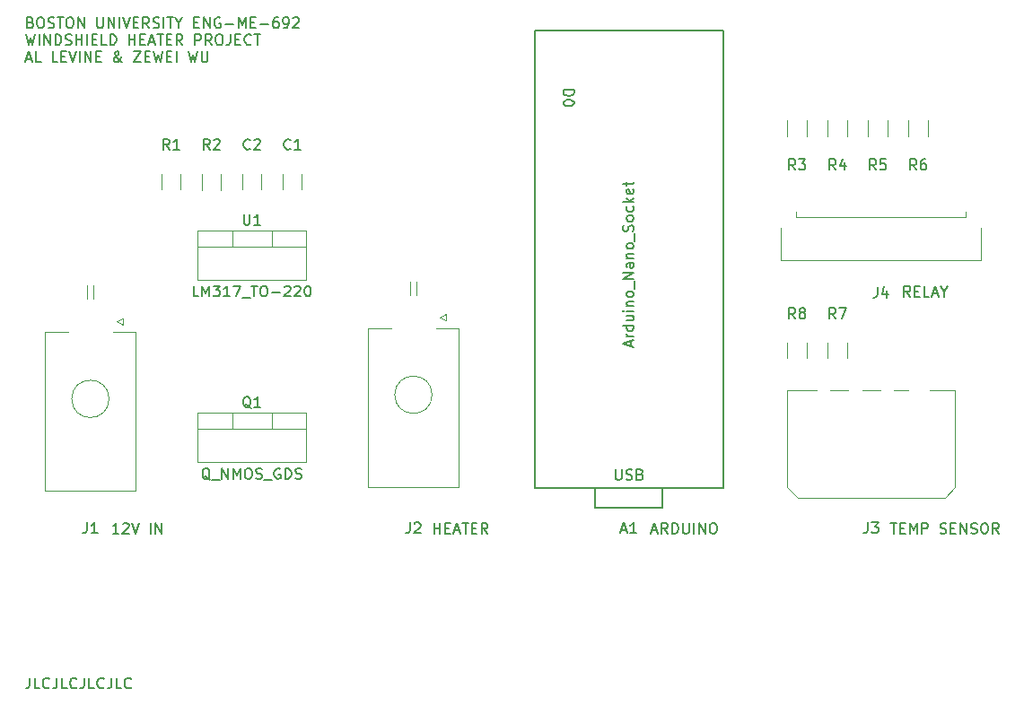
<source format=gbr>
%TF.GenerationSoftware,KiCad,Pcbnew,7.0.10*%
%TF.CreationDate,2024-02-15T22:29:50-05:00*%
%TF.ProjectId,heaterboard-2,68656174-6572-4626-9f61-72642d322e6b,2*%
%TF.SameCoordinates,Original*%
%TF.FileFunction,Legend,Top*%
%TF.FilePolarity,Positive*%
%FSLAX46Y46*%
G04 Gerber Fmt 4.6, Leading zero omitted, Abs format (unit mm)*
G04 Created by KiCad (PCBNEW 7.0.10) date 2024-02-15 22:29:50*
%MOMM*%
%LPD*%
G01*
G04 APERTURE LIST*
%ADD10C,0.150000*%
%ADD11C,0.200000*%
%ADD12C,0.120000*%
G04 APERTURE END LIST*
D10*
X80632493Y-120789819D02*
X80632493Y-121504104D01*
X80632493Y-121504104D02*
X80584874Y-121646961D01*
X80584874Y-121646961D02*
X80489636Y-121742200D01*
X80489636Y-121742200D02*
X80346779Y-121789819D01*
X80346779Y-121789819D02*
X80251541Y-121789819D01*
X81584874Y-121789819D02*
X81108684Y-121789819D01*
X81108684Y-121789819D02*
X81108684Y-120789819D01*
X82489636Y-121694580D02*
X82442017Y-121742200D01*
X82442017Y-121742200D02*
X82299160Y-121789819D01*
X82299160Y-121789819D02*
X82203922Y-121789819D01*
X82203922Y-121789819D02*
X82061065Y-121742200D01*
X82061065Y-121742200D02*
X81965827Y-121646961D01*
X81965827Y-121646961D02*
X81918208Y-121551723D01*
X81918208Y-121551723D02*
X81870589Y-121361247D01*
X81870589Y-121361247D02*
X81870589Y-121218390D01*
X81870589Y-121218390D02*
X81918208Y-121027914D01*
X81918208Y-121027914D02*
X81965827Y-120932676D01*
X81965827Y-120932676D02*
X82061065Y-120837438D01*
X82061065Y-120837438D02*
X82203922Y-120789819D01*
X82203922Y-120789819D02*
X82299160Y-120789819D01*
X82299160Y-120789819D02*
X82442017Y-120837438D01*
X82442017Y-120837438D02*
X82489636Y-120885057D01*
X83203922Y-120789819D02*
X83203922Y-121504104D01*
X83203922Y-121504104D02*
X83156303Y-121646961D01*
X83156303Y-121646961D02*
X83061065Y-121742200D01*
X83061065Y-121742200D02*
X82918208Y-121789819D01*
X82918208Y-121789819D02*
X82822970Y-121789819D01*
X84156303Y-121789819D02*
X83680113Y-121789819D01*
X83680113Y-121789819D02*
X83680113Y-120789819D01*
X85061065Y-121694580D02*
X85013446Y-121742200D01*
X85013446Y-121742200D02*
X84870589Y-121789819D01*
X84870589Y-121789819D02*
X84775351Y-121789819D01*
X84775351Y-121789819D02*
X84632494Y-121742200D01*
X84632494Y-121742200D02*
X84537256Y-121646961D01*
X84537256Y-121646961D02*
X84489637Y-121551723D01*
X84489637Y-121551723D02*
X84442018Y-121361247D01*
X84442018Y-121361247D02*
X84442018Y-121218390D01*
X84442018Y-121218390D02*
X84489637Y-121027914D01*
X84489637Y-121027914D02*
X84537256Y-120932676D01*
X84537256Y-120932676D02*
X84632494Y-120837438D01*
X84632494Y-120837438D02*
X84775351Y-120789819D01*
X84775351Y-120789819D02*
X84870589Y-120789819D01*
X84870589Y-120789819D02*
X85013446Y-120837438D01*
X85013446Y-120837438D02*
X85061065Y-120885057D01*
X85775351Y-120789819D02*
X85775351Y-121504104D01*
X85775351Y-121504104D02*
X85727732Y-121646961D01*
X85727732Y-121646961D02*
X85632494Y-121742200D01*
X85632494Y-121742200D02*
X85489637Y-121789819D01*
X85489637Y-121789819D02*
X85394399Y-121789819D01*
X86727732Y-121789819D02*
X86251542Y-121789819D01*
X86251542Y-121789819D02*
X86251542Y-120789819D01*
X87632494Y-121694580D02*
X87584875Y-121742200D01*
X87584875Y-121742200D02*
X87442018Y-121789819D01*
X87442018Y-121789819D02*
X87346780Y-121789819D01*
X87346780Y-121789819D02*
X87203923Y-121742200D01*
X87203923Y-121742200D02*
X87108685Y-121646961D01*
X87108685Y-121646961D02*
X87061066Y-121551723D01*
X87061066Y-121551723D02*
X87013447Y-121361247D01*
X87013447Y-121361247D02*
X87013447Y-121218390D01*
X87013447Y-121218390D02*
X87061066Y-121027914D01*
X87061066Y-121027914D02*
X87108685Y-120932676D01*
X87108685Y-120932676D02*
X87203923Y-120837438D01*
X87203923Y-120837438D02*
X87346780Y-120789819D01*
X87346780Y-120789819D02*
X87442018Y-120789819D01*
X87442018Y-120789819D02*
X87584875Y-120837438D01*
X87584875Y-120837438D02*
X87632494Y-120885057D01*
X88346780Y-120789819D02*
X88346780Y-121504104D01*
X88346780Y-121504104D02*
X88299161Y-121646961D01*
X88299161Y-121646961D02*
X88203923Y-121742200D01*
X88203923Y-121742200D02*
X88061066Y-121789819D01*
X88061066Y-121789819D02*
X87965828Y-121789819D01*
X89299161Y-121789819D02*
X88822971Y-121789819D01*
X88822971Y-121789819D02*
X88822971Y-120789819D01*
X90203923Y-121694580D02*
X90156304Y-121742200D01*
X90156304Y-121742200D02*
X90013447Y-121789819D01*
X90013447Y-121789819D02*
X89918209Y-121789819D01*
X89918209Y-121789819D02*
X89775352Y-121742200D01*
X89775352Y-121742200D02*
X89680114Y-121646961D01*
X89680114Y-121646961D02*
X89632495Y-121551723D01*
X89632495Y-121551723D02*
X89584876Y-121361247D01*
X89584876Y-121361247D02*
X89584876Y-121218390D01*
X89584876Y-121218390D02*
X89632495Y-121027914D01*
X89632495Y-121027914D02*
X89680114Y-120932676D01*
X89680114Y-120932676D02*
X89775352Y-120837438D01*
X89775352Y-120837438D02*
X89918209Y-120789819D01*
X89918209Y-120789819D02*
X90013447Y-120789819D01*
X90013447Y-120789819D02*
X90156304Y-120837438D01*
X90156304Y-120837438D02*
X90203923Y-120885057D01*
X133985000Y-102870000D02*
X140335000Y-102870000D01*
X140335000Y-104775000D01*
X133985000Y-104775000D01*
X133985000Y-102870000D01*
X161862143Y-106184819D02*
X162433571Y-106184819D01*
X162147857Y-107184819D02*
X162147857Y-106184819D01*
X162766905Y-106661009D02*
X163100238Y-106661009D01*
X163243095Y-107184819D02*
X162766905Y-107184819D01*
X162766905Y-107184819D02*
X162766905Y-106184819D01*
X162766905Y-106184819D02*
X163243095Y-106184819D01*
X163671667Y-107184819D02*
X163671667Y-106184819D01*
X163671667Y-106184819D02*
X164005000Y-106899104D01*
X164005000Y-106899104D02*
X164338333Y-106184819D01*
X164338333Y-106184819D02*
X164338333Y-107184819D01*
X164814524Y-107184819D02*
X164814524Y-106184819D01*
X164814524Y-106184819D02*
X165195476Y-106184819D01*
X165195476Y-106184819D02*
X165290714Y-106232438D01*
X165290714Y-106232438D02*
X165338333Y-106280057D01*
X165338333Y-106280057D02*
X165385952Y-106375295D01*
X165385952Y-106375295D02*
X165385952Y-106518152D01*
X165385952Y-106518152D02*
X165338333Y-106613390D01*
X165338333Y-106613390D02*
X165290714Y-106661009D01*
X165290714Y-106661009D02*
X165195476Y-106708628D01*
X165195476Y-106708628D02*
X164814524Y-106708628D01*
X166528810Y-107137200D02*
X166671667Y-107184819D01*
X166671667Y-107184819D02*
X166909762Y-107184819D01*
X166909762Y-107184819D02*
X167005000Y-107137200D01*
X167005000Y-107137200D02*
X167052619Y-107089580D01*
X167052619Y-107089580D02*
X167100238Y-106994342D01*
X167100238Y-106994342D02*
X167100238Y-106899104D01*
X167100238Y-106899104D02*
X167052619Y-106803866D01*
X167052619Y-106803866D02*
X167005000Y-106756247D01*
X167005000Y-106756247D02*
X166909762Y-106708628D01*
X166909762Y-106708628D02*
X166719286Y-106661009D01*
X166719286Y-106661009D02*
X166624048Y-106613390D01*
X166624048Y-106613390D02*
X166576429Y-106565771D01*
X166576429Y-106565771D02*
X166528810Y-106470533D01*
X166528810Y-106470533D02*
X166528810Y-106375295D01*
X166528810Y-106375295D02*
X166576429Y-106280057D01*
X166576429Y-106280057D02*
X166624048Y-106232438D01*
X166624048Y-106232438D02*
X166719286Y-106184819D01*
X166719286Y-106184819D02*
X166957381Y-106184819D01*
X166957381Y-106184819D02*
X167100238Y-106232438D01*
X167528810Y-106661009D02*
X167862143Y-106661009D01*
X168005000Y-107184819D02*
X167528810Y-107184819D01*
X167528810Y-107184819D02*
X167528810Y-106184819D01*
X167528810Y-106184819D02*
X168005000Y-106184819D01*
X168433572Y-107184819D02*
X168433572Y-106184819D01*
X168433572Y-106184819D02*
X169005000Y-107184819D01*
X169005000Y-107184819D02*
X169005000Y-106184819D01*
X169433572Y-107137200D02*
X169576429Y-107184819D01*
X169576429Y-107184819D02*
X169814524Y-107184819D01*
X169814524Y-107184819D02*
X169909762Y-107137200D01*
X169909762Y-107137200D02*
X169957381Y-107089580D01*
X169957381Y-107089580D02*
X170005000Y-106994342D01*
X170005000Y-106994342D02*
X170005000Y-106899104D01*
X170005000Y-106899104D02*
X169957381Y-106803866D01*
X169957381Y-106803866D02*
X169909762Y-106756247D01*
X169909762Y-106756247D02*
X169814524Y-106708628D01*
X169814524Y-106708628D02*
X169624048Y-106661009D01*
X169624048Y-106661009D02*
X169528810Y-106613390D01*
X169528810Y-106613390D02*
X169481191Y-106565771D01*
X169481191Y-106565771D02*
X169433572Y-106470533D01*
X169433572Y-106470533D02*
X169433572Y-106375295D01*
X169433572Y-106375295D02*
X169481191Y-106280057D01*
X169481191Y-106280057D02*
X169528810Y-106232438D01*
X169528810Y-106232438D02*
X169624048Y-106184819D01*
X169624048Y-106184819D02*
X169862143Y-106184819D01*
X169862143Y-106184819D02*
X170005000Y-106232438D01*
X170624048Y-106184819D02*
X170814524Y-106184819D01*
X170814524Y-106184819D02*
X170909762Y-106232438D01*
X170909762Y-106232438D02*
X171005000Y-106327676D01*
X171005000Y-106327676D02*
X171052619Y-106518152D01*
X171052619Y-106518152D02*
X171052619Y-106851485D01*
X171052619Y-106851485D02*
X171005000Y-107041961D01*
X171005000Y-107041961D02*
X170909762Y-107137200D01*
X170909762Y-107137200D02*
X170814524Y-107184819D01*
X170814524Y-107184819D02*
X170624048Y-107184819D01*
X170624048Y-107184819D02*
X170528810Y-107137200D01*
X170528810Y-107137200D02*
X170433572Y-107041961D01*
X170433572Y-107041961D02*
X170385953Y-106851485D01*
X170385953Y-106851485D02*
X170385953Y-106518152D01*
X170385953Y-106518152D02*
X170433572Y-106327676D01*
X170433572Y-106327676D02*
X170528810Y-106232438D01*
X170528810Y-106232438D02*
X170624048Y-106184819D01*
X172052619Y-107184819D02*
X171719286Y-106708628D01*
X171481191Y-107184819D02*
X171481191Y-106184819D01*
X171481191Y-106184819D02*
X171862143Y-106184819D01*
X171862143Y-106184819D02*
X171957381Y-106232438D01*
X171957381Y-106232438D02*
X172005000Y-106280057D01*
X172005000Y-106280057D02*
X172052619Y-106375295D01*
X172052619Y-106375295D02*
X172052619Y-106518152D01*
X172052619Y-106518152D02*
X172005000Y-106613390D01*
X172005000Y-106613390D02*
X171957381Y-106661009D01*
X171957381Y-106661009D02*
X171862143Y-106708628D01*
X171862143Y-106708628D02*
X171481191Y-106708628D01*
X135898095Y-101104819D02*
X135898095Y-101914342D01*
X135898095Y-101914342D02*
X135945714Y-102009580D01*
X135945714Y-102009580D02*
X135993333Y-102057200D01*
X135993333Y-102057200D02*
X136088571Y-102104819D01*
X136088571Y-102104819D02*
X136279047Y-102104819D01*
X136279047Y-102104819D02*
X136374285Y-102057200D01*
X136374285Y-102057200D02*
X136421904Y-102009580D01*
X136421904Y-102009580D02*
X136469523Y-101914342D01*
X136469523Y-101914342D02*
X136469523Y-101104819D01*
X136898095Y-102057200D02*
X137040952Y-102104819D01*
X137040952Y-102104819D02*
X137279047Y-102104819D01*
X137279047Y-102104819D02*
X137374285Y-102057200D01*
X137374285Y-102057200D02*
X137421904Y-102009580D01*
X137421904Y-102009580D02*
X137469523Y-101914342D01*
X137469523Y-101914342D02*
X137469523Y-101819104D01*
X137469523Y-101819104D02*
X137421904Y-101723866D01*
X137421904Y-101723866D02*
X137374285Y-101676247D01*
X137374285Y-101676247D02*
X137279047Y-101628628D01*
X137279047Y-101628628D02*
X137088571Y-101581009D01*
X137088571Y-101581009D02*
X136993333Y-101533390D01*
X136993333Y-101533390D02*
X136945714Y-101485771D01*
X136945714Y-101485771D02*
X136898095Y-101390533D01*
X136898095Y-101390533D02*
X136898095Y-101295295D01*
X136898095Y-101295295D02*
X136945714Y-101200057D01*
X136945714Y-101200057D02*
X136993333Y-101152438D01*
X136993333Y-101152438D02*
X137088571Y-101104819D01*
X137088571Y-101104819D02*
X137326666Y-101104819D01*
X137326666Y-101104819D02*
X137469523Y-101152438D01*
X138231428Y-101581009D02*
X138374285Y-101628628D01*
X138374285Y-101628628D02*
X138421904Y-101676247D01*
X138421904Y-101676247D02*
X138469523Y-101771485D01*
X138469523Y-101771485D02*
X138469523Y-101914342D01*
X138469523Y-101914342D02*
X138421904Y-102009580D01*
X138421904Y-102009580D02*
X138374285Y-102057200D01*
X138374285Y-102057200D02*
X138279047Y-102104819D01*
X138279047Y-102104819D02*
X137898095Y-102104819D01*
X137898095Y-102104819D02*
X137898095Y-101104819D01*
X137898095Y-101104819D02*
X138231428Y-101104819D01*
X138231428Y-101104819D02*
X138326666Y-101152438D01*
X138326666Y-101152438D02*
X138374285Y-101200057D01*
X138374285Y-101200057D02*
X138421904Y-101295295D01*
X138421904Y-101295295D02*
X138421904Y-101390533D01*
X138421904Y-101390533D02*
X138374285Y-101485771D01*
X138374285Y-101485771D02*
X138326666Y-101533390D01*
X138326666Y-101533390D02*
X138231428Y-101581009D01*
X138231428Y-101581009D02*
X137898095Y-101581009D01*
X139354160Y-106899104D02*
X139830350Y-106899104D01*
X139258922Y-107184819D02*
X139592255Y-106184819D01*
X139592255Y-106184819D02*
X139925588Y-107184819D01*
X140830350Y-107184819D02*
X140497017Y-106708628D01*
X140258922Y-107184819D02*
X140258922Y-106184819D01*
X140258922Y-106184819D02*
X140639874Y-106184819D01*
X140639874Y-106184819D02*
X140735112Y-106232438D01*
X140735112Y-106232438D02*
X140782731Y-106280057D01*
X140782731Y-106280057D02*
X140830350Y-106375295D01*
X140830350Y-106375295D02*
X140830350Y-106518152D01*
X140830350Y-106518152D02*
X140782731Y-106613390D01*
X140782731Y-106613390D02*
X140735112Y-106661009D01*
X140735112Y-106661009D02*
X140639874Y-106708628D01*
X140639874Y-106708628D02*
X140258922Y-106708628D01*
X141258922Y-107184819D02*
X141258922Y-106184819D01*
X141258922Y-106184819D02*
X141497017Y-106184819D01*
X141497017Y-106184819D02*
X141639874Y-106232438D01*
X141639874Y-106232438D02*
X141735112Y-106327676D01*
X141735112Y-106327676D02*
X141782731Y-106422914D01*
X141782731Y-106422914D02*
X141830350Y-106613390D01*
X141830350Y-106613390D02*
X141830350Y-106756247D01*
X141830350Y-106756247D02*
X141782731Y-106946723D01*
X141782731Y-106946723D02*
X141735112Y-107041961D01*
X141735112Y-107041961D02*
X141639874Y-107137200D01*
X141639874Y-107137200D02*
X141497017Y-107184819D01*
X141497017Y-107184819D02*
X141258922Y-107184819D01*
X142258922Y-106184819D02*
X142258922Y-106994342D01*
X142258922Y-106994342D02*
X142306541Y-107089580D01*
X142306541Y-107089580D02*
X142354160Y-107137200D01*
X142354160Y-107137200D02*
X142449398Y-107184819D01*
X142449398Y-107184819D02*
X142639874Y-107184819D01*
X142639874Y-107184819D02*
X142735112Y-107137200D01*
X142735112Y-107137200D02*
X142782731Y-107089580D01*
X142782731Y-107089580D02*
X142830350Y-106994342D01*
X142830350Y-106994342D02*
X142830350Y-106184819D01*
X143306541Y-107184819D02*
X143306541Y-106184819D01*
X143782731Y-107184819D02*
X143782731Y-106184819D01*
X143782731Y-106184819D02*
X144354159Y-107184819D01*
X144354159Y-107184819D02*
X144354159Y-106184819D01*
X145020826Y-106184819D02*
X145211302Y-106184819D01*
X145211302Y-106184819D02*
X145306540Y-106232438D01*
X145306540Y-106232438D02*
X145401778Y-106327676D01*
X145401778Y-106327676D02*
X145449397Y-106518152D01*
X145449397Y-106518152D02*
X145449397Y-106851485D01*
X145449397Y-106851485D02*
X145401778Y-107041961D01*
X145401778Y-107041961D02*
X145306540Y-107137200D01*
X145306540Y-107137200D02*
X145211302Y-107184819D01*
X145211302Y-107184819D02*
X145020826Y-107184819D01*
X145020826Y-107184819D02*
X144925588Y-107137200D01*
X144925588Y-107137200D02*
X144830350Y-107041961D01*
X144830350Y-107041961D02*
X144782731Y-106851485D01*
X144782731Y-106851485D02*
X144782731Y-106518152D01*
X144782731Y-106518152D02*
X144830350Y-106327676D01*
X144830350Y-106327676D02*
X144925588Y-106232438D01*
X144925588Y-106232438D02*
X145020826Y-106184819D01*
X163695237Y-84819819D02*
X163361904Y-84343628D01*
X163123809Y-84819819D02*
X163123809Y-83819819D01*
X163123809Y-83819819D02*
X163504761Y-83819819D01*
X163504761Y-83819819D02*
X163599999Y-83867438D01*
X163599999Y-83867438D02*
X163647618Y-83915057D01*
X163647618Y-83915057D02*
X163695237Y-84010295D01*
X163695237Y-84010295D02*
X163695237Y-84153152D01*
X163695237Y-84153152D02*
X163647618Y-84248390D01*
X163647618Y-84248390D02*
X163599999Y-84296009D01*
X163599999Y-84296009D02*
X163504761Y-84343628D01*
X163504761Y-84343628D02*
X163123809Y-84343628D01*
X164123809Y-84296009D02*
X164457142Y-84296009D01*
X164599999Y-84819819D02*
X164123809Y-84819819D01*
X164123809Y-84819819D02*
X164123809Y-83819819D01*
X164123809Y-83819819D02*
X164599999Y-83819819D01*
X165504761Y-84819819D02*
X165028571Y-84819819D01*
X165028571Y-84819819D02*
X165028571Y-83819819D01*
X165790476Y-84534104D02*
X166266666Y-84534104D01*
X165695238Y-84819819D02*
X166028571Y-83819819D01*
X166028571Y-83819819D02*
X166361904Y-84819819D01*
X166885714Y-84343628D02*
X166885714Y-84819819D01*
X166552381Y-83819819D02*
X166885714Y-84343628D01*
X166885714Y-84343628D02*
X167219047Y-83819819D01*
X118785000Y-107184819D02*
X118785000Y-106184819D01*
X118785000Y-106661009D02*
X119356428Y-106661009D01*
X119356428Y-107184819D02*
X119356428Y-106184819D01*
X119832619Y-106661009D02*
X120165952Y-106661009D01*
X120308809Y-107184819D02*
X119832619Y-107184819D01*
X119832619Y-107184819D02*
X119832619Y-106184819D01*
X119832619Y-106184819D02*
X120308809Y-106184819D01*
X120689762Y-106899104D02*
X121165952Y-106899104D01*
X120594524Y-107184819D02*
X120927857Y-106184819D01*
X120927857Y-106184819D02*
X121261190Y-107184819D01*
X121451667Y-106184819D02*
X122023095Y-106184819D01*
X121737381Y-107184819D02*
X121737381Y-106184819D01*
X122356429Y-106661009D02*
X122689762Y-106661009D01*
X122832619Y-107184819D02*
X122356429Y-107184819D01*
X122356429Y-107184819D02*
X122356429Y-106184819D01*
X122356429Y-106184819D02*
X122832619Y-106184819D01*
X123832619Y-107184819D02*
X123499286Y-106708628D01*
X123261191Y-107184819D02*
X123261191Y-106184819D01*
X123261191Y-106184819D02*
X123642143Y-106184819D01*
X123642143Y-106184819D02*
X123737381Y-106232438D01*
X123737381Y-106232438D02*
X123785000Y-106280057D01*
X123785000Y-106280057D02*
X123832619Y-106375295D01*
X123832619Y-106375295D02*
X123832619Y-106518152D01*
X123832619Y-106518152D02*
X123785000Y-106613390D01*
X123785000Y-106613390D02*
X123737381Y-106661009D01*
X123737381Y-106661009D02*
X123642143Y-106708628D01*
X123642143Y-106708628D02*
X123261191Y-106708628D01*
X89043095Y-107184819D02*
X88471667Y-107184819D01*
X88757381Y-107184819D02*
X88757381Y-106184819D01*
X88757381Y-106184819D02*
X88662143Y-106327676D01*
X88662143Y-106327676D02*
X88566905Y-106422914D01*
X88566905Y-106422914D02*
X88471667Y-106470533D01*
X89424048Y-106280057D02*
X89471667Y-106232438D01*
X89471667Y-106232438D02*
X89566905Y-106184819D01*
X89566905Y-106184819D02*
X89805000Y-106184819D01*
X89805000Y-106184819D02*
X89900238Y-106232438D01*
X89900238Y-106232438D02*
X89947857Y-106280057D01*
X89947857Y-106280057D02*
X89995476Y-106375295D01*
X89995476Y-106375295D02*
X89995476Y-106470533D01*
X89995476Y-106470533D02*
X89947857Y-106613390D01*
X89947857Y-106613390D02*
X89376429Y-107184819D01*
X89376429Y-107184819D02*
X89995476Y-107184819D01*
X90281191Y-106184819D02*
X90614524Y-107184819D01*
X90614524Y-107184819D02*
X90947857Y-106184819D01*
X92043096Y-107184819D02*
X92043096Y-106184819D01*
X92519286Y-107184819D02*
X92519286Y-106184819D01*
X92519286Y-106184819D02*
X93090714Y-107184819D01*
X93090714Y-107184819D02*
X93090714Y-106184819D01*
D11*
X80713006Y-58933409D02*
X80855863Y-58981028D01*
X80855863Y-58981028D02*
X80903482Y-59028647D01*
X80903482Y-59028647D02*
X80951101Y-59123885D01*
X80951101Y-59123885D02*
X80951101Y-59266742D01*
X80951101Y-59266742D02*
X80903482Y-59361980D01*
X80903482Y-59361980D02*
X80855863Y-59409600D01*
X80855863Y-59409600D02*
X80760625Y-59457219D01*
X80760625Y-59457219D02*
X80379673Y-59457219D01*
X80379673Y-59457219D02*
X80379673Y-58457219D01*
X80379673Y-58457219D02*
X80713006Y-58457219D01*
X80713006Y-58457219D02*
X80808244Y-58504838D01*
X80808244Y-58504838D02*
X80855863Y-58552457D01*
X80855863Y-58552457D02*
X80903482Y-58647695D01*
X80903482Y-58647695D02*
X80903482Y-58742933D01*
X80903482Y-58742933D02*
X80855863Y-58838171D01*
X80855863Y-58838171D02*
X80808244Y-58885790D01*
X80808244Y-58885790D02*
X80713006Y-58933409D01*
X80713006Y-58933409D02*
X80379673Y-58933409D01*
X81570149Y-58457219D02*
X81760625Y-58457219D01*
X81760625Y-58457219D02*
X81855863Y-58504838D01*
X81855863Y-58504838D02*
X81951101Y-58600076D01*
X81951101Y-58600076D02*
X81998720Y-58790552D01*
X81998720Y-58790552D02*
X81998720Y-59123885D01*
X81998720Y-59123885D02*
X81951101Y-59314361D01*
X81951101Y-59314361D02*
X81855863Y-59409600D01*
X81855863Y-59409600D02*
X81760625Y-59457219D01*
X81760625Y-59457219D02*
X81570149Y-59457219D01*
X81570149Y-59457219D02*
X81474911Y-59409600D01*
X81474911Y-59409600D02*
X81379673Y-59314361D01*
X81379673Y-59314361D02*
X81332054Y-59123885D01*
X81332054Y-59123885D02*
X81332054Y-58790552D01*
X81332054Y-58790552D02*
X81379673Y-58600076D01*
X81379673Y-58600076D02*
X81474911Y-58504838D01*
X81474911Y-58504838D02*
X81570149Y-58457219D01*
X82379673Y-59409600D02*
X82522530Y-59457219D01*
X82522530Y-59457219D02*
X82760625Y-59457219D01*
X82760625Y-59457219D02*
X82855863Y-59409600D01*
X82855863Y-59409600D02*
X82903482Y-59361980D01*
X82903482Y-59361980D02*
X82951101Y-59266742D01*
X82951101Y-59266742D02*
X82951101Y-59171504D01*
X82951101Y-59171504D02*
X82903482Y-59076266D01*
X82903482Y-59076266D02*
X82855863Y-59028647D01*
X82855863Y-59028647D02*
X82760625Y-58981028D01*
X82760625Y-58981028D02*
X82570149Y-58933409D01*
X82570149Y-58933409D02*
X82474911Y-58885790D01*
X82474911Y-58885790D02*
X82427292Y-58838171D01*
X82427292Y-58838171D02*
X82379673Y-58742933D01*
X82379673Y-58742933D02*
X82379673Y-58647695D01*
X82379673Y-58647695D02*
X82427292Y-58552457D01*
X82427292Y-58552457D02*
X82474911Y-58504838D01*
X82474911Y-58504838D02*
X82570149Y-58457219D01*
X82570149Y-58457219D02*
X82808244Y-58457219D01*
X82808244Y-58457219D02*
X82951101Y-58504838D01*
X83236816Y-58457219D02*
X83808244Y-58457219D01*
X83522530Y-59457219D02*
X83522530Y-58457219D01*
X84332054Y-58457219D02*
X84522530Y-58457219D01*
X84522530Y-58457219D02*
X84617768Y-58504838D01*
X84617768Y-58504838D02*
X84713006Y-58600076D01*
X84713006Y-58600076D02*
X84760625Y-58790552D01*
X84760625Y-58790552D02*
X84760625Y-59123885D01*
X84760625Y-59123885D02*
X84713006Y-59314361D01*
X84713006Y-59314361D02*
X84617768Y-59409600D01*
X84617768Y-59409600D02*
X84522530Y-59457219D01*
X84522530Y-59457219D02*
X84332054Y-59457219D01*
X84332054Y-59457219D02*
X84236816Y-59409600D01*
X84236816Y-59409600D02*
X84141578Y-59314361D01*
X84141578Y-59314361D02*
X84093959Y-59123885D01*
X84093959Y-59123885D02*
X84093959Y-58790552D01*
X84093959Y-58790552D02*
X84141578Y-58600076D01*
X84141578Y-58600076D02*
X84236816Y-58504838D01*
X84236816Y-58504838D02*
X84332054Y-58457219D01*
X85189197Y-59457219D02*
X85189197Y-58457219D01*
X85189197Y-58457219D02*
X85760625Y-59457219D01*
X85760625Y-59457219D02*
X85760625Y-58457219D01*
X86998721Y-58457219D02*
X86998721Y-59266742D01*
X86998721Y-59266742D02*
X87046340Y-59361980D01*
X87046340Y-59361980D02*
X87093959Y-59409600D01*
X87093959Y-59409600D02*
X87189197Y-59457219D01*
X87189197Y-59457219D02*
X87379673Y-59457219D01*
X87379673Y-59457219D02*
X87474911Y-59409600D01*
X87474911Y-59409600D02*
X87522530Y-59361980D01*
X87522530Y-59361980D02*
X87570149Y-59266742D01*
X87570149Y-59266742D02*
X87570149Y-58457219D01*
X88046340Y-59457219D02*
X88046340Y-58457219D01*
X88046340Y-58457219D02*
X88617768Y-59457219D01*
X88617768Y-59457219D02*
X88617768Y-58457219D01*
X89093959Y-59457219D02*
X89093959Y-58457219D01*
X89427292Y-58457219D02*
X89760625Y-59457219D01*
X89760625Y-59457219D02*
X90093958Y-58457219D01*
X90427292Y-58933409D02*
X90760625Y-58933409D01*
X90903482Y-59457219D02*
X90427292Y-59457219D01*
X90427292Y-59457219D02*
X90427292Y-58457219D01*
X90427292Y-58457219D02*
X90903482Y-58457219D01*
X91903482Y-59457219D02*
X91570149Y-58981028D01*
X91332054Y-59457219D02*
X91332054Y-58457219D01*
X91332054Y-58457219D02*
X91713006Y-58457219D01*
X91713006Y-58457219D02*
X91808244Y-58504838D01*
X91808244Y-58504838D02*
X91855863Y-58552457D01*
X91855863Y-58552457D02*
X91903482Y-58647695D01*
X91903482Y-58647695D02*
X91903482Y-58790552D01*
X91903482Y-58790552D02*
X91855863Y-58885790D01*
X91855863Y-58885790D02*
X91808244Y-58933409D01*
X91808244Y-58933409D02*
X91713006Y-58981028D01*
X91713006Y-58981028D02*
X91332054Y-58981028D01*
X92284435Y-59409600D02*
X92427292Y-59457219D01*
X92427292Y-59457219D02*
X92665387Y-59457219D01*
X92665387Y-59457219D02*
X92760625Y-59409600D01*
X92760625Y-59409600D02*
X92808244Y-59361980D01*
X92808244Y-59361980D02*
X92855863Y-59266742D01*
X92855863Y-59266742D02*
X92855863Y-59171504D01*
X92855863Y-59171504D02*
X92808244Y-59076266D01*
X92808244Y-59076266D02*
X92760625Y-59028647D01*
X92760625Y-59028647D02*
X92665387Y-58981028D01*
X92665387Y-58981028D02*
X92474911Y-58933409D01*
X92474911Y-58933409D02*
X92379673Y-58885790D01*
X92379673Y-58885790D02*
X92332054Y-58838171D01*
X92332054Y-58838171D02*
X92284435Y-58742933D01*
X92284435Y-58742933D02*
X92284435Y-58647695D01*
X92284435Y-58647695D02*
X92332054Y-58552457D01*
X92332054Y-58552457D02*
X92379673Y-58504838D01*
X92379673Y-58504838D02*
X92474911Y-58457219D01*
X92474911Y-58457219D02*
X92713006Y-58457219D01*
X92713006Y-58457219D02*
X92855863Y-58504838D01*
X93284435Y-59457219D02*
X93284435Y-58457219D01*
X93617768Y-58457219D02*
X94189196Y-58457219D01*
X93903482Y-59457219D02*
X93903482Y-58457219D01*
X94713006Y-58981028D02*
X94713006Y-59457219D01*
X94379673Y-58457219D02*
X94713006Y-58981028D01*
X94713006Y-58981028D02*
X95046339Y-58457219D01*
X96141578Y-58933409D02*
X96474911Y-58933409D01*
X96617768Y-59457219D02*
X96141578Y-59457219D01*
X96141578Y-59457219D02*
X96141578Y-58457219D01*
X96141578Y-58457219D02*
X96617768Y-58457219D01*
X97046340Y-59457219D02*
X97046340Y-58457219D01*
X97046340Y-58457219D02*
X97617768Y-59457219D01*
X97617768Y-59457219D02*
X97617768Y-58457219D01*
X98617768Y-58504838D02*
X98522530Y-58457219D01*
X98522530Y-58457219D02*
X98379673Y-58457219D01*
X98379673Y-58457219D02*
X98236816Y-58504838D01*
X98236816Y-58504838D02*
X98141578Y-58600076D01*
X98141578Y-58600076D02*
X98093959Y-58695314D01*
X98093959Y-58695314D02*
X98046340Y-58885790D01*
X98046340Y-58885790D02*
X98046340Y-59028647D01*
X98046340Y-59028647D02*
X98093959Y-59219123D01*
X98093959Y-59219123D02*
X98141578Y-59314361D01*
X98141578Y-59314361D02*
X98236816Y-59409600D01*
X98236816Y-59409600D02*
X98379673Y-59457219D01*
X98379673Y-59457219D02*
X98474911Y-59457219D01*
X98474911Y-59457219D02*
X98617768Y-59409600D01*
X98617768Y-59409600D02*
X98665387Y-59361980D01*
X98665387Y-59361980D02*
X98665387Y-59028647D01*
X98665387Y-59028647D02*
X98474911Y-59028647D01*
X99093959Y-59076266D02*
X99855864Y-59076266D01*
X100332054Y-59457219D02*
X100332054Y-58457219D01*
X100332054Y-58457219D02*
X100665387Y-59171504D01*
X100665387Y-59171504D02*
X100998720Y-58457219D01*
X100998720Y-58457219D02*
X100998720Y-59457219D01*
X101474911Y-58933409D02*
X101808244Y-58933409D01*
X101951101Y-59457219D02*
X101474911Y-59457219D01*
X101474911Y-59457219D02*
X101474911Y-58457219D01*
X101474911Y-58457219D02*
X101951101Y-58457219D01*
X102379673Y-59076266D02*
X103141578Y-59076266D01*
X104046339Y-58457219D02*
X103855863Y-58457219D01*
X103855863Y-58457219D02*
X103760625Y-58504838D01*
X103760625Y-58504838D02*
X103713006Y-58552457D01*
X103713006Y-58552457D02*
X103617768Y-58695314D01*
X103617768Y-58695314D02*
X103570149Y-58885790D01*
X103570149Y-58885790D02*
X103570149Y-59266742D01*
X103570149Y-59266742D02*
X103617768Y-59361980D01*
X103617768Y-59361980D02*
X103665387Y-59409600D01*
X103665387Y-59409600D02*
X103760625Y-59457219D01*
X103760625Y-59457219D02*
X103951101Y-59457219D01*
X103951101Y-59457219D02*
X104046339Y-59409600D01*
X104046339Y-59409600D02*
X104093958Y-59361980D01*
X104093958Y-59361980D02*
X104141577Y-59266742D01*
X104141577Y-59266742D02*
X104141577Y-59028647D01*
X104141577Y-59028647D02*
X104093958Y-58933409D01*
X104093958Y-58933409D02*
X104046339Y-58885790D01*
X104046339Y-58885790D02*
X103951101Y-58838171D01*
X103951101Y-58838171D02*
X103760625Y-58838171D01*
X103760625Y-58838171D02*
X103665387Y-58885790D01*
X103665387Y-58885790D02*
X103617768Y-58933409D01*
X103617768Y-58933409D02*
X103570149Y-59028647D01*
X104617768Y-59457219D02*
X104808244Y-59457219D01*
X104808244Y-59457219D02*
X104903482Y-59409600D01*
X104903482Y-59409600D02*
X104951101Y-59361980D01*
X104951101Y-59361980D02*
X105046339Y-59219123D01*
X105046339Y-59219123D02*
X105093958Y-59028647D01*
X105093958Y-59028647D02*
X105093958Y-58647695D01*
X105093958Y-58647695D02*
X105046339Y-58552457D01*
X105046339Y-58552457D02*
X104998720Y-58504838D01*
X104998720Y-58504838D02*
X104903482Y-58457219D01*
X104903482Y-58457219D02*
X104713006Y-58457219D01*
X104713006Y-58457219D02*
X104617768Y-58504838D01*
X104617768Y-58504838D02*
X104570149Y-58552457D01*
X104570149Y-58552457D02*
X104522530Y-58647695D01*
X104522530Y-58647695D02*
X104522530Y-58885790D01*
X104522530Y-58885790D02*
X104570149Y-58981028D01*
X104570149Y-58981028D02*
X104617768Y-59028647D01*
X104617768Y-59028647D02*
X104713006Y-59076266D01*
X104713006Y-59076266D02*
X104903482Y-59076266D01*
X104903482Y-59076266D02*
X104998720Y-59028647D01*
X104998720Y-59028647D02*
X105046339Y-58981028D01*
X105046339Y-58981028D02*
X105093958Y-58885790D01*
X105474911Y-58552457D02*
X105522530Y-58504838D01*
X105522530Y-58504838D02*
X105617768Y-58457219D01*
X105617768Y-58457219D02*
X105855863Y-58457219D01*
X105855863Y-58457219D02*
X105951101Y-58504838D01*
X105951101Y-58504838D02*
X105998720Y-58552457D01*
X105998720Y-58552457D02*
X106046339Y-58647695D01*
X106046339Y-58647695D02*
X106046339Y-58742933D01*
X106046339Y-58742933D02*
X105998720Y-58885790D01*
X105998720Y-58885790D02*
X105427292Y-59457219D01*
X105427292Y-59457219D02*
X106046339Y-59457219D01*
X80284435Y-60067219D02*
X80522530Y-61067219D01*
X80522530Y-61067219D02*
X80713006Y-60352933D01*
X80713006Y-60352933D02*
X80903482Y-61067219D01*
X80903482Y-61067219D02*
X81141578Y-60067219D01*
X81522530Y-61067219D02*
X81522530Y-60067219D01*
X81998720Y-61067219D02*
X81998720Y-60067219D01*
X81998720Y-60067219D02*
X82570148Y-61067219D01*
X82570148Y-61067219D02*
X82570148Y-60067219D01*
X83046339Y-61067219D02*
X83046339Y-60067219D01*
X83046339Y-60067219D02*
X83284434Y-60067219D01*
X83284434Y-60067219D02*
X83427291Y-60114838D01*
X83427291Y-60114838D02*
X83522529Y-60210076D01*
X83522529Y-60210076D02*
X83570148Y-60305314D01*
X83570148Y-60305314D02*
X83617767Y-60495790D01*
X83617767Y-60495790D02*
X83617767Y-60638647D01*
X83617767Y-60638647D02*
X83570148Y-60829123D01*
X83570148Y-60829123D02*
X83522529Y-60924361D01*
X83522529Y-60924361D02*
X83427291Y-61019600D01*
X83427291Y-61019600D02*
X83284434Y-61067219D01*
X83284434Y-61067219D02*
X83046339Y-61067219D01*
X83998720Y-61019600D02*
X84141577Y-61067219D01*
X84141577Y-61067219D02*
X84379672Y-61067219D01*
X84379672Y-61067219D02*
X84474910Y-61019600D01*
X84474910Y-61019600D02*
X84522529Y-60971980D01*
X84522529Y-60971980D02*
X84570148Y-60876742D01*
X84570148Y-60876742D02*
X84570148Y-60781504D01*
X84570148Y-60781504D02*
X84522529Y-60686266D01*
X84522529Y-60686266D02*
X84474910Y-60638647D01*
X84474910Y-60638647D02*
X84379672Y-60591028D01*
X84379672Y-60591028D02*
X84189196Y-60543409D01*
X84189196Y-60543409D02*
X84093958Y-60495790D01*
X84093958Y-60495790D02*
X84046339Y-60448171D01*
X84046339Y-60448171D02*
X83998720Y-60352933D01*
X83998720Y-60352933D02*
X83998720Y-60257695D01*
X83998720Y-60257695D02*
X84046339Y-60162457D01*
X84046339Y-60162457D02*
X84093958Y-60114838D01*
X84093958Y-60114838D02*
X84189196Y-60067219D01*
X84189196Y-60067219D02*
X84427291Y-60067219D01*
X84427291Y-60067219D02*
X84570148Y-60114838D01*
X84998720Y-61067219D02*
X84998720Y-60067219D01*
X84998720Y-60543409D02*
X85570148Y-60543409D01*
X85570148Y-61067219D02*
X85570148Y-60067219D01*
X86046339Y-61067219D02*
X86046339Y-60067219D01*
X86522529Y-60543409D02*
X86855862Y-60543409D01*
X86998719Y-61067219D02*
X86522529Y-61067219D01*
X86522529Y-61067219D02*
X86522529Y-60067219D01*
X86522529Y-60067219D02*
X86998719Y-60067219D01*
X87903481Y-61067219D02*
X87427291Y-61067219D01*
X87427291Y-61067219D02*
X87427291Y-60067219D01*
X88236815Y-61067219D02*
X88236815Y-60067219D01*
X88236815Y-60067219D02*
X88474910Y-60067219D01*
X88474910Y-60067219D02*
X88617767Y-60114838D01*
X88617767Y-60114838D02*
X88713005Y-60210076D01*
X88713005Y-60210076D02*
X88760624Y-60305314D01*
X88760624Y-60305314D02*
X88808243Y-60495790D01*
X88808243Y-60495790D02*
X88808243Y-60638647D01*
X88808243Y-60638647D02*
X88760624Y-60829123D01*
X88760624Y-60829123D02*
X88713005Y-60924361D01*
X88713005Y-60924361D02*
X88617767Y-61019600D01*
X88617767Y-61019600D02*
X88474910Y-61067219D01*
X88474910Y-61067219D02*
X88236815Y-61067219D01*
X89998720Y-61067219D02*
X89998720Y-60067219D01*
X89998720Y-60543409D02*
X90570148Y-60543409D01*
X90570148Y-61067219D02*
X90570148Y-60067219D01*
X91046339Y-60543409D02*
X91379672Y-60543409D01*
X91522529Y-61067219D02*
X91046339Y-61067219D01*
X91046339Y-61067219D02*
X91046339Y-60067219D01*
X91046339Y-60067219D02*
X91522529Y-60067219D01*
X91903482Y-60781504D02*
X92379672Y-60781504D01*
X91808244Y-61067219D02*
X92141577Y-60067219D01*
X92141577Y-60067219D02*
X92474910Y-61067219D01*
X92665387Y-60067219D02*
X93236815Y-60067219D01*
X92951101Y-61067219D02*
X92951101Y-60067219D01*
X93570149Y-60543409D02*
X93903482Y-60543409D01*
X94046339Y-61067219D02*
X93570149Y-61067219D01*
X93570149Y-61067219D02*
X93570149Y-60067219D01*
X93570149Y-60067219D02*
X94046339Y-60067219D01*
X95046339Y-61067219D02*
X94713006Y-60591028D01*
X94474911Y-61067219D02*
X94474911Y-60067219D01*
X94474911Y-60067219D02*
X94855863Y-60067219D01*
X94855863Y-60067219D02*
X94951101Y-60114838D01*
X94951101Y-60114838D02*
X94998720Y-60162457D01*
X94998720Y-60162457D02*
X95046339Y-60257695D01*
X95046339Y-60257695D02*
X95046339Y-60400552D01*
X95046339Y-60400552D02*
X94998720Y-60495790D01*
X94998720Y-60495790D02*
X94951101Y-60543409D01*
X94951101Y-60543409D02*
X94855863Y-60591028D01*
X94855863Y-60591028D02*
X94474911Y-60591028D01*
X96236816Y-61067219D02*
X96236816Y-60067219D01*
X96236816Y-60067219D02*
X96617768Y-60067219D01*
X96617768Y-60067219D02*
X96713006Y-60114838D01*
X96713006Y-60114838D02*
X96760625Y-60162457D01*
X96760625Y-60162457D02*
X96808244Y-60257695D01*
X96808244Y-60257695D02*
X96808244Y-60400552D01*
X96808244Y-60400552D02*
X96760625Y-60495790D01*
X96760625Y-60495790D02*
X96713006Y-60543409D01*
X96713006Y-60543409D02*
X96617768Y-60591028D01*
X96617768Y-60591028D02*
X96236816Y-60591028D01*
X97808244Y-61067219D02*
X97474911Y-60591028D01*
X97236816Y-61067219D02*
X97236816Y-60067219D01*
X97236816Y-60067219D02*
X97617768Y-60067219D01*
X97617768Y-60067219D02*
X97713006Y-60114838D01*
X97713006Y-60114838D02*
X97760625Y-60162457D01*
X97760625Y-60162457D02*
X97808244Y-60257695D01*
X97808244Y-60257695D02*
X97808244Y-60400552D01*
X97808244Y-60400552D02*
X97760625Y-60495790D01*
X97760625Y-60495790D02*
X97713006Y-60543409D01*
X97713006Y-60543409D02*
X97617768Y-60591028D01*
X97617768Y-60591028D02*
X97236816Y-60591028D01*
X98427292Y-60067219D02*
X98617768Y-60067219D01*
X98617768Y-60067219D02*
X98713006Y-60114838D01*
X98713006Y-60114838D02*
X98808244Y-60210076D01*
X98808244Y-60210076D02*
X98855863Y-60400552D01*
X98855863Y-60400552D02*
X98855863Y-60733885D01*
X98855863Y-60733885D02*
X98808244Y-60924361D01*
X98808244Y-60924361D02*
X98713006Y-61019600D01*
X98713006Y-61019600D02*
X98617768Y-61067219D01*
X98617768Y-61067219D02*
X98427292Y-61067219D01*
X98427292Y-61067219D02*
X98332054Y-61019600D01*
X98332054Y-61019600D02*
X98236816Y-60924361D01*
X98236816Y-60924361D02*
X98189197Y-60733885D01*
X98189197Y-60733885D02*
X98189197Y-60400552D01*
X98189197Y-60400552D02*
X98236816Y-60210076D01*
X98236816Y-60210076D02*
X98332054Y-60114838D01*
X98332054Y-60114838D02*
X98427292Y-60067219D01*
X99570149Y-60067219D02*
X99570149Y-60781504D01*
X99570149Y-60781504D02*
X99522530Y-60924361D01*
X99522530Y-60924361D02*
X99427292Y-61019600D01*
X99427292Y-61019600D02*
X99284435Y-61067219D01*
X99284435Y-61067219D02*
X99189197Y-61067219D01*
X100046340Y-60543409D02*
X100379673Y-60543409D01*
X100522530Y-61067219D02*
X100046340Y-61067219D01*
X100046340Y-61067219D02*
X100046340Y-60067219D01*
X100046340Y-60067219D02*
X100522530Y-60067219D01*
X101522530Y-60971980D02*
X101474911Y-61019600D01*
X101474911Y-61019600D02*
X101332054Y-61067219D01*
X101332054Y-61067219D02*
X101236816Y-61067219D01*
X101236816Y-61067219D02*
X101093959Y-61019600D01*
X101093959Y-61019600D02*
X100998721Y-60924361D01*
X100998721Y-60924361D02*
X100951102Y-60829123D01*
X100951102Y-60829123D02*
X100903483Y-60638647D01*
X100903483Y-60638647D02*
X100903483Y-60495790D01*
X100903483Y-60495790D02*
X100951102Y-60305314D01*
X100951102Y-60305314D02*
X100998721Y-60210076D01*
X100998721Y-60210076D02*
X101093959Y-60114838D01*
X101093959Y-60114838D02*
X101236816Y-60067219D01*
X101236816Y-60067219D02*
X101332054Y-60067219D01*
X101332054Y-60067219D02*
X101474911Y-60114838D01*
X101474911Y-60114838D02*
X101522530Y-60162457D01*
X101808245Y-60067219D02*
X102379673Y-60067219D01*
X102093959Y-61067219D02*
X102093959Y-60067219D01*
X80332054Y-62391504D02*
X80808244Y-62391504D01*
X80236816Y-62677219D02*
X80570149Y-61677219D01*
X80570149Y-61677219D02*
X80903482Y-62677219D01*
X81713006Y-62677219D02*
X81236816Y-62677219D01*
X81236816Y-62677219D02*
X81236816Y-61677219D01*
X83284435Y-62677219D02*
X82808245Y-62677219D01*
X82808245Y-62677219D02*
X82808245Y-61677219D01*
X83617769Y-62153409D02*
X83951102Y-62153409D01*
X84093959Y-62677219D02*
X83617769Y-62677219D01*
X83617769Y-62677219D02*
X83617769Y-61677219D01*
X83617769Y-61677219D02*
X84093959Y-61677219D01*
X84379674Y-61677219D02*
X84713007Y-62677219D01*
X84713007Y-62677219D02*
X85046340Y-61677219D01*
X85379674Y-62677219D02*
X85379674Y-61677219D01*
X85855864Y-62677219D02*
X85855864Y-61677219D01*
X85855864Y-61677219D02*
X86427292Y-62677219D01*
X86427292Y-62677219D02*
X86427292Y-61677219D01*
X86903483Y-62153409D02*
X87236816Y-62153409D01*
X87379673Y-62677219D02*
X86903483Y-62677219D01*
X86903483Y-62677219D02*
X86903483Y-61677219D01*
X86903483Y-61677219D02*
X87379673Y-61677219D01*
X89379674Y-62677219D02*
X89332055Y-62677219D01*
X89332055Y-62677219D02*
X89236816Y-62629600D01*
X89236816Y-62629600D02*
X89093959Y-62486742D01*
X89093959Y-62486742D02*
X88855864Y-62201028D01*
X88855864Y-62201028D02*
X88760626Y-62058171D01*
X88760626Y-62058171D02*
X88713007Y-61915314D01*
X88713007Y-61915314D02*
X88713007Y-61820076D01*
X88713007Y-61820076D02*
X88760626Y-61724838D01*
X88760626Y-61724838D02*
X88855864Y-61677219D01*
X88855864Y-61677219D02*
X88903483Y-61677219D01*
X88903483Y-61677219D02*
X88998721Y-61724838D01*
X88998721Y-61724838D02*
X89046340Y-61820076D01*
X89046340Y-61820076D02*
X89046340Y-61867695D01*
X89046340Y-61867695D02*
X88998721Y-61962933D01*
X88998721Y-61962933D02*
X88951102Y-62010552D01*
X88951102Y-62010552D02*
X88665388Y-62201028D01*
X88665388Y-62201028D02*
X88617769Y-62248647D01*
X88617769Y-62248647D02*
X88570150Y-62343885D01*
X88570150Y-62343885D02*
X88570150Y-62486742D01*
X88570150Y-62486742D02*
X88617769Y-62581980D01*
X88617769Y-62581980D02*
X88665388Y-62629600D01*
X88665388Y-62629600D02*
X88760626Y-62677219D01*
X88760626Y-62677219D02*
X88903483Y-62677219D01*
X88903483Y-62677219D02*
X88998721Y-62629600D01*
X88998721Y-62629600D02*
X89046340Y-62581980D01*
X89046340Y-62581980D02*
X89189197Y-62391504D01*
X89189197Y-62391504D02*
X89236816Y-62248647D01*
X89236816Y-62248647D02*
X89236816Y-62153409D01*
X90474912Y-61677219D02*
X91141578Y-61677219D01*
X91141578Y-61677219D02*
X90474912Y-62677219D01*
X90474912Y-62677219D02*
X91141578Y-62677219D01*
X91522531Y-62153409D02*
X91855864Y-62153409D01*
X91998721Y-62677219D02*
X91522531Y-62677219D01*
X91522531Y-62677219D02*
X91522531Y-61677219D01*
X91522531Y-61677219D02*
X91998721Y-61677219D01*
X92332055Y-61677219D02*
X92570150Y-62677219D01*
X92570150Y-62677219D02*
X92760626Y-61962933D01*
X92760626Y-61962933D02*
X92951102Y-62677219D01*
X92951102Y-62677219D02*
X93189198Y-61677219D01*
X93570150Y-62153409D02*
X93903483Y-62153409D01*
X94046340Y-62677219D02*
X93570150Y-62677219D01*
X93570150Y-62677219D02*
X93570150Y-61677219D01*
X93570150Y-61677219D02*
X94046340Y-61677219D01*
X94474912Y-62677219D02*
X94474912Y-61677219D01*
X95617769Y-61677219D02*
X95855864Y-62677219D01*
X95855864Y-62677219D02*
X96046340Y-61962933D01*
X96046340Y-61962933D02*
X96236816Y-62677219D01*
X96236816Y-62677219D02*
X96474912Y-61677219D01*
X96855864Y-61677219D02*
X96855864Y-62486742D01*
X96855864Y-62486742D02*
X96903483Y-62581980D01*
X96903483Y-62581980D02*
X96951102Y-62629600D01*
X96951102Y-62629600D02*
X97046340Y-62677219D01*
X97046340Y-62677219D02*
X97236816Y-62677219D01*
X97236816Y-62677219D02*
X97332054Y-62629600D01*
X97332054Y-62629600D02*
X97379673Y-62581980D01*
X97379673Y-62581980D02*
X97427292Y-62486742D01*
X97427292Y-62486742D02*
X97427292Y-61677219D01*
D10*
X101504761Y-95340057D02*
X101409523Y-95292438D01*
X101409523Y-95292438D02*
X101314285Y-95197200D01*
X101314285Y-95197200D02*
X101171428Y-95054342D01*
X101171428Y-95054342D02*
X101076190Y-95006723D01*
X101076190Y-95006723D02*
X100980952Y-95006723D01*
X101028571Y-95244819D02*
X100933333Y-95197200D01*
X100933333Y-95197200D02*
X100838095Y-95101961D01*
X100838095Y-95101961D02*
X100790476Y-94911485D01*
X100790476Y-94911485D02*
X100790476Y-94578152D01*
X100790476Y-94578152D02*
X100838095Y-94387676D01*
X100838095Y-94387676D02*
X100933333Y-94292438D01*
X100933333Y-94292438D02*
X101028571Y-94244819D01*
X101028571Y-94244819D02*
X101219047Y-94244819D01*
X101219047Y-94244819D02*
X101314285Y-94292438D01*
X101314285Y-94292438D02*
X101409523Y-94387676D01*
X101409523Y-94387676D02*
X101457142Y-94578152D01*
X101457142Y-94578152D02*
X101457142Y-94911485D01*
X101457142Y-94911485D02*
X101409523Y-95101961D01*
X101409523Y-95101961D02*
X101314285Y-95197200D01*
X101314285Y-95197200D02*
X101219047Y-95244819D01*
X101219047Y-95244819D02*
X101028571Y-95244819D01*
X102409523Y-95244819D02*
X101838095Y-95244819D01*
X102123809Y-95244819D02*
X102123809Y-94244819D01*
X102123809Y-94244819D02*
X102028571Y-94387676D01*
X102028571Y-94387676D02*
X101933333Y-94482914D01*
X101933333Y-94482914D02*
X101838095Y-94530533D01*
X97647618Y-102110057D02*
X97552380Y-102062438D01*
X97552380Y-102062438D02*
X97457142Y-101967200D01*
X97457142Y-101967200D02*
X97314285Y-101824342D01*
X97314285Y-101824342D02*
X97219047Y-101776723D01*
X97219047Y-101776723D02*
X97123809Y-101776723D01*
X97171428Y-102014819D02*
X97076190Y-101967200D01*
X97076190Y-101967200D02*
X96980952Y-101871961D01*
X96980952Y-101871961D02*
X96933333Y-101681485D01*
X96933333Y-101681485D02*
X96933333Y-101348152D01*
X96933333Y-101348152D02*
X96980952Y-101157676D01*
X96980952Y-101157676D02*
X97076190Y-101062438D01*
X97076190Y-101062438D02*
X97171428Y-101014819D01*
X97171428Y-101014819D02*
X97361904Y-101014819D01*
X97361904Y-101014819D02*
X97457142Y-101062438D01*
X97457142Y-101062438D02*
X97552380Y-101157676D01*
X97552380Y-101157676D02*
X97599999Y-101348152D01*
X97599999Y-101348152D02*
X97599999Y-101681485D01*
X97599999Y-101681485D02*
X97552380Y-101871961D01*
X97552380Y-101871961D02*
X97457142Y-101967200D01*
X97457142Y-101967200D02*
X97361904Y-102014819D01*
X97361904Y-102014819D02*
X97171428Y-102014819D01*
X97790476Y-102110057D02*
X98552380Y-102110057D01*
X98790476Y-102014819D02*
X98790476Y-101014819D01*
X98790476Y-101014819D02*
X99361904Y-102014819D01*
X99361904Y-102014819D02*
X99361904Y-101014819D01*
X99838095Y-102014819D02*
X99838095Y-101014819D01*
X99838095Y-101014819D02*
X100171428Y-101729104D01*
X100171428Y-101729104D02*
X100504761Y-101014819D01*
X100504761Y-101014819D02*
X100504761Y-102014819D01*
X101171428Y-101014819D02*
X101361904Y-101014819D01*
X101361904Y-101014819D02*
X101457142Y-101062438D01*
X101457142Y-101062438D02*
X101552380Y-101157676D01*
X101552380Y-101157676D02*
X101599999Y-101348152D01*
X101599999Y-101348152D02*
X101599999Y-101681485D01*
X101599999Y-101681485D02*
X101552380Y-101871961D01*
X101552380Y-101871961D02*
X101457142Y-101967200D01*
X101457142Y-101967200D02*
X101361904Y-102014819D01*
X101361904Y-102014819D02*
X101171428Y-102014819D01*
X101171428Y-102014819D02*
X101076190Y-101967200D01*
X101076190Y-101967200D02*
X100980952Y-101871961D01*
X100980952Y-101871961D02*
X100933333Y-101681485D01*
X100933333Y-101681485D02*
X100933333Y-101348152D01*
X100933333Y-101348152D02*
X100980952Y-101157676D01*
X100980952Y-101157676D02*
X101076190Y-101062438D01*
X101076190Y-101062438D02*
X101171428Y-101014819D01*
X101980952Y-101967200D02*
X102123809Y-102014819D01*
X102123809Y-102014819D02*
X102361904Y-102014819D01*
X102361904Y-102014819D02*
X102457142Y-101967200D01*
X102457142Y-101967200D02*
X102504761Y-101919580D01*
X102504761Y-101919580D02*
X102552380Y-101824342D01*
X102552380Y-101824342D02*
X102552380Y-101729104D01*
X102552380Y-101729104D02*
X102504761Y-101633866D01*
X102504761Y-101633866D02*
X102457142Y-101586247D01*
X102457142Y-101586247D02*
X102361904Y-101538628D01*
X102361904Y-101538628D02*
X102171428Y-101491009D01*
X102171428Y-101491009D02*
X102076190Y-101443390D01*
X102076190Y-101443390D02*
X102028571Y-101395771D01*
X102028571Y-101395771D02*
X101980952Y-101300533D01*
X101980952Y-101300533D02*
X101980952Y-101205295D01*
X101980952Y-101205295D02*
X102028571Y-101110057D01*
X102028571Y-101110057D02*
X102076190Y-101062438D01*
X102076190Y-101062438D02*
X102171428Y-101014819D01*
X102171428Y-101014819D02*
X102409523Y-101014819D01*
X102409523Y-101014819D02*
X102552380Y-101062438D01*
X102742857Y-102110057D02*
X103504761Y-102110057D01*
X104266666Y-101062438D02*
X104171428Y-101014819D01*
X104171428Y-101014819D02*
X104028571Y-101014819D01*
X104028571Y-101014819D02*
X103885714Y-101062438D01*
X103885714Y-101062438D02*
X103790476Y-101157676D01*
X103790476Y-101157676D02*
X103742857Y-101252914D01*
X103742857Y-101252914D02*
X103695238Y-101443390D01*
X103695238Y-101443390D02*
X103695238Y-101586247D01*
X103695238Y-101586247D02*
X103742857Y-101776723D01*
X103742857Y-101776723D02*
X103790476Y-101871961D01*
X103790476Y-101871961D02*
X103885714Y-101967200D01*
X103885714Y-101967200D02*
X104028571Y-102014819D01*
X104028571Y-102014819D02*
X104123809Y-102014819D01*
X104123809Y-102014819D02*
X104266666Y-101967200D01*
X104266666Y-101967200D02*
X104314285Y-101919580D01*
X104314285Y-101919580D02*
X104314285Y-101586247D01*
X104314285Y-101586247D02*
X104123809Y-101586247D01*
X104742857Y-102014819D02*
X104742857Y-101014819D01*
X104742857Y-101014819D02*
X104980952Y-101014819D01*
X104980952Y-101014819D02*
X105123809Y-101062438D01*
X105123809Y-101062438D02*
X105219047Y-101157676D01*
X105219047Y-101157676D02*
X105266666Y-101252914D01*
X105266666Y-101252914D02*
X105314285Y-101443390D01*
X105314285Y-101443390D02*
X105314285Y-101586247D01*
X105314285Y-101586247D02*
X105266666Y-101776723D01*
X105266666Y-101776723D02*
X105219047Y-101871961D01*
X105219047Y-101871961D02*
X105123809Y-101967200D01*
X105123809Y-101967200D02*
X104980952Y-102014819D01*
X104980952Y-102014819D02*
X104742857Y-102014819D01*
X105695238Y-101967200D02*
X105838095Y-102014819D01*
X105838095Y-102014819D02*
X106076190Y-102014819D01*
X106076190Y-102014819D02*
X106171428Y-101967200D01*
X106171428Y-101967200D02*
X106219047Y-101919580D01*
X106219047Y-101919580D02*
X106266666Y-101824342D01*
X106266666Y-101824342D02*
X106266666Y-101729104D01*
X106266666Y-101729104D02*
X106219047Y-101633866D01*
X106219047Y-101633866D02*
X106171428Y-101586247D01*
X106171428Y-101586247D02*
X106076190Y-101538628D01*
X106076190Y-101538628D02*
X105885714Y-101491009D01*
X105885714Y-101491009D02*
X105790476Y-101443390D01*
X105790476Y-101443390D02*
X105742857Y-101395771D01*
X105742857Y-101395771D02*
X105695238Y-101300533D01*
X105695238Y-101300533D02*
X105695238Y-101205295D01*
X105695238Y-101205295D02*
X105742857Y-101110057D01*
X105742857Y-101110057D02*
X105790476Y-101062438D01*
X105790476Y-101062438D02*
X105885714Y-101014819D01*
X105885714Y-101014819D02*
X106123809Y-101014819D01*
X106123809Y-101014819D02*
X106266666Y-101062438D01*
X86026666Y-106134819D02*
X86026666Y-106849104D01*
X86026666Y-106849104D02*
X85979047Y-106991961D01*
X85979047Y-106991961D02*
X85883809Y-107087200D01*
X85883809Y-107087200D02*
X85740952Y-107134819D01*
X85740952Y-107134819D02*
X85645714Y-107134819D01*
X87026666Y-107134819D02*
X86455238Y-107134819D01*
X86740952Y-107134819D02*
X86740952Y-106134819D01*
X86740952Y-106134819D02*
X86645714Y-106277676D01*
X86645714Y-106277676D02*
X86550476Y-106372914D01*
X86550476Y-106372914D02*
X86455238Y-106420533D01*
X97623333Y-70939819D02*
X97290000Y-70463628D01*
X97051905Y-70939819D02*
X97051905Y-69939819D01*
X97051905Y-69939819D02*
X97432857Y-69939819D01*
X97432857Y-69939819D02*
X97528095Y-69987438D01*
X97528095Y-69987438D02*
X97575714Y-70035057D01*
X97575714Y-70035057D02*
X97623333Y-70130295D01*
X97623333Y-70130295D02*
X97623333Y-70273152D01*
X97623333Y-70273152D02*
X97575714Y-70368390D01*
X97575714Y-70368390D02*
X97528095Y-70416009D01*
X97528095Y-70416009D02*
X97432857Y-70463628D01*
X97432857Y-70463628D02*
X97051905Y-70463628D01*
X98004286Y-70035057D02*
X98051905Y-69987438D01*
X98051905Y-69987438D02*
X98147143Y-69939819D01*
X98147143Y-69939819D02*
X98385238Y-69939819D01*
X98385238Y-69939819D02*
X98480476Y-69987438D01*
X98480476Y-69987438D02*
X98528095Y-70035057D01*
X98528095Y-70035057D02*
X98575714Y-70130295D01*
X98575714Y-70130295D02*
X98575714Y-70225533D01*
X98575714Y-70225533D02*
X98528095Y-70368390D01*
X98528095Y-70368390D02*
X97956667Y-70939819D01*
X97956667Y-70939819D02*
X98575714Y-70939819D01*
X156678333Y-86889819D02*
X156345000Y-86413628D01*
X156106905Y-86889819D02*
X156106905Y-85889819D01*
X156106905Y-85889819D02*
X156487857Y-85889819D01*
X156487857Y-85889819D02*
X156583095Y-85937438D01*
X156583095Y-85937438D02*
X156630714Y-85985057D01*
X156630714Y-85985057D02*
X156678333Y-86080295D01*
X156678333Y-86080295D02*
X156678333Y-86223152D01*
X156678333Y-86223152D02*
X156630714Y-86318390D01*
X156630714Y-86318390D02*
X156583095Y-86366009D01*
X156583095Y-86366009D02*
X156487857Y-86413628D01*
X156487857Y-86413628D02*
X156106905Y-86413628D01*
X157011667Y-85889819D02*
X157678333Y-85889819D01*
X157678333Y-85889819D02*
X157249762Y-86889819D01*
X100838095Y-77029819D02*
X100838095Y-77839342D01*
X100838095Y-77839342D02*
X100885714Y-77934580D01*
X100885714Y-77934580D02*
X100933333Y-77982200D01*
X100933333Y-77982200D02*
X101028571Y-78029819D01*
X101028571Y-78029819D02*
X101219047Y-78029819D01*
X101219047Y-78029819D02*
X101314285Y-77982200D01*
X101314285Y-77982200D02*
X101361904Y-77934580D01*
X101361904Y-77934580D02*
X101409523Y-77839342D01*
X101409523Y-77839342D02*
X101409523Y-77029819D01*
X102409523Y-78029819D02*
X101838095Y-78029819D01*
X102123809Y-78029819D02*
X102123809Y-77029819D01*
X102123809Y-77029819D02*
X102028571Y-77172676D01*
X102028571Y-77172676D02*
X101933333Y-77267914D01*
X101933333Y-77267914D02*
X101838095Y-77315533D01*
X96576190Y-84799819D02*
X96100000Y-84799819D01*
X96100000Y-84799819D02*
X96100000Y-83799819D01*
X96909524Y-84799819D02*
X96909524Y-83799819D01*
X96909524Y-83799819D02*
X97242857Y-84514104D01*
X97242857Y-84514104D02*
X97576190Y-83799819D01*
X97576190Y-83799819D02*
X97576190Y-84799819D01*
X97957143Y-83799819D02*
X98576190Y-83799819D01*
X98576190Y-83799819D02*
X98242857Y-84180771D01*
X98242857Y-84180771D02*
X98385714Y-84180771D01*
X98385714Y-84180771D02*
X98480952Y-84228390D01*
X98480952Y-84228390D02*
X98528571Y-84276009D01*
X98528571Y-84276009D02*
X98576190Y-84371247D01*
X98576190Y-84371247D02*
X98576190Y-84609342D01*
X98576190Y-84609342D02*
X98528571Y-84704580D01*
X98528571Y-84704580D02*
X98480952Y-84752200D01*
X98480952Y-84752200D02*
X98385714Y-84799819D01*
X98385714Y-84799819D02*
X98100000Y-84799819D01*
X98100000Y-84799819D02*
X98004762Y-84752200D01*
X98004762Y-84752200D02*
X97957143Y-84704580D01*
X99528571Y-84799819D02*
X98957143Y-84799819D01*
X99242857Y-84799819D02*
X99242857Y-83799819D01*
X99242857Y-83799819D02*
X99147619Y-83942676D01*
X99147619Y-83942676D02*
X99052381Y-84037914D01*
X99052381Y-84037914D02*
X98957143Y-84085533D01*
X99861905Y-83799819D02*
X100528571Y-83799819D01*
X100528571Y-83799819D02*
X100100000Y-84799819D01*
X100671429Y-84895057D02*
X101433333Y-84895057D01*
X101528572Y-83799819D02*
X102100000Y-83799819D01*
X101814286Y-84799819D02*
X101814286Y-83799819D01*
X102623810Y-83799819D02*
X102814286Y-83799819D01*
X102814286Y-83799819D02*
X102909524Y-83847438D01*
X102909524Y-83847438D02*
X103004762Y-83942676D01*
X103004762Y-83942676D02*
X103052381Y-84133152D01*
X103052381Y-84133152D02*
X103052381Y-84466485D01*
X103052381Y-84466485D02*
X103004762Y-84656961D01*
X103004762Y-84656961D02*
X102909524Y-84752200D01*
X102909524Y-84752200D02*
X102814286Y-84799819D01*
X102814286Y-84799819D02*
X102623810Y-84799819D01*
X102623810Y-84799819D02*
X102528572Y-84752200D01*
X102528572Y-84752200D02*
X102433334Y-84656961D01*
X102433334Y-84656961D02*
X102385715Y-84466485D01*
X102385715Y-84466485D02*
X102385715Y-84133152D01*
X102385715Y-84133152D02*
X102433334Y-83942676D01*
X102433334Y-83942676D02*
X102528572Y-83847438D01*
X102528572Y-83847438D02*
X102623810Y-83799819D01*
X103480953Y-84418866D02*
X104242858Y-84418866D01*
X104671429Y-83895057D02*
X104719048Y-83847438D01*
X104719048Y-83847438D02*
X104814286Y-83799819D01*
X104814286Y-83799819D02*
X105052381Y-83799819D01*
X105052381Y-83799819D02*
X105147619Y-83847438D01*
X105147619Y-83847438D02*
X105195238Y-83895057D01*
X105195238Y-83895057D02*
X105242857Y-83990295D01*
X105242857Y-83990295D02*
X105242857Y-84085533D01*
X105242857Y-84085533D02*
X105195238Y-84228390D01*
X105195238Y-84228390D02*
X104623810Y-84799819D01*
X104623810Y-84799819D02*
X105242857Y-84799819D01*
X105623810Y-83895057D02*
X105671429Y-83847438D01*
X105671429Y-83847438D02*
X105766667Y-83799819D01*
X105766667Y-83799819D02*
X106004762Y-83799819D01*
X106004762Y-83799819D02*
X106100000Y-83847438D01*
X106100000Y-83847438D02*
X106147619Y-83895057D01*
X106147619Y-83895057D02*
X106195238Y-83990295D01*
X106195238Y-83990295D02*
X106195238Y-84085533D01*
X106195238Y-84085533D02*
X106147619Y-84228390D01*
X106147619Y-84228390D02*
X105576191Y-84799819D01*
X105576191Y-84799819D02*
X106195238Y-84799819D01*
X106814286Y-83799819D02*
X106909524Y-83799819D01*
X106909524Y-83799819D02*
X107004762Y-83847438D01*
X107004762Y-83847438D02*
X107052381Y-83895057D01*
X107052381Y-83895057D02*
X107100000Y-83990295D01*
X107100000Y-83990295D02*
X107147619Y-84180771D01*
X107147619Y-84180771D02*
X107147619Y-84418866D01*
X107147619Y-84418866D02*
X107100000Y-84609342D01*
X107100000Y-84609342D02*
X107052381Y-84704580D01*
X107052381Y-84704580D02*
X107004762Y-84752200D01*
X107004762Y-84752200D02*
X106909524Y-84799819D01*
X106909524Y-84799819D02*
X106814286Y-84799819D01*
X106814286Y-84799819D02*
X106719048Y-84752200D01*
X106719048Y-84752200D02*
X106671429Y-84704580D01*
X106671429Y-84704580D02*
X106623810Y-84609342D01*
X106623810Y-84609342D02*
X106576191Y-84418866D01*
X106576191Y-84418866D02*
X106576191Y-84180771D01*
X106576191Y-84180771D02*
X106623810Y-83990295D01*
X106623810Y-83990295D02*
X106671429Y-83895057D01*
X106671429Y-83895057D02*
X106719048Y-83847438D01*
X106719048Y-83847438D02*
X106814286Y-83799819D01*
X164298333Y-72844819D02*
X163965000Y-72368628D01*
X163726905Y-72844819D02*
X163726905Y-71844819D01*
X163726905Y-71844819D02*
X164107857Y-71844819D01*
X164107857Y-71844819D02*
X164203095Y-71892438D01*
X164203095Y-71892438D02*
X164250714Y-71940057D01*
X164250714Y-71940057D02*
X164298333Y-72035295D01*
X164298333Y-72035295D02*
X164298333Y-72178152D01*
X164298333Y-72178152D02*
X164250714Y-72273390D01*
X164250714Y-72273390D02*
X164203095Y-72321009D01*
X164203095Y-72321009D02*
X164107857Y-72368628D01*
X164107857Y-72368628D02*
X163726905Y-72368628D01*
X165155476Y-71844819D02*
X164965000Y-71844819D01*
X164965000Y-71844819D02*
X164869762Y-71892438D01*
X164869762Y-71892438D02*
X164822143Y-71940057D01*
X164822143Y-71940057D02*
X164726905Y-72082914D01*
X164726905Y-72082914D02*
X164679286Y-72273390D01*
X164679286Y-72273390D02*
X164679286Y-72654342D01*
X164679286Y-72654342D02*
X164726905Y-72749580D01*
X164726905Y-72749580D02*
X164774524Y-72797200D01*
X164774524Y-72797200D02*
X164869762Y-72844819D01*
X164869762Y-72844819D02*
X165060238Y-72844819D01*
X165060238Y-72844819D02*
X165155476Y-72797200D01*
X165155476Y-72797200D02*
X165203095Y-72749580D01*
X165203095Y-72749580D02*
X165250714Y-72654342D01*
X165250714Y-72654342D02*
X165250714Y-72416247D01*
X165250714Y-72416247D02*
X165203095Y-72321009D01*
X165203095Y-72321009D02*
X165155476Y-72273390D01*
X165155476Y-72273390D02*
X165060238Y-72225771D01*
X165060238Y-72225771D02*
X164869762Y-72225771D01*
X164869762Y-72225771D02*
X164774524Y-72273390D01*
X164774524Y-72273390D02*
X164726905Y-72321009D01*
X164726905Y-72321009D02*
X164679286Y-72416247D01*
X101433333Y-70844580D02*
X101385714Y-70892200D01*
X101385714Y-70892200D02*
X101242857Y-70939819D01*
X101242857Y-70939819D02*
X101147619Y-70939819D01*
X101147619Y-70939819D02*
X101004762Y-70892200D01*
X101004762Y-70892200D02*
X100909524Y-70796961D01*
X100909524Y-70796961D02*
X100861905Y-70701723D01*
X100861905Y-70701723D02*
X100814286Y-70511247D01*
X100814286Y-70511247D02*
X100814286Y-70368390D01*
X100814286Y-70368390D02*
X100861905Y-70177914D01*
X100861905Y-70177914D02*
X100909524Y-70082676D01*
X100909524Y-70082676D02*
X101004762Y-69987438D01*
X101004762Y-69987438D02*
X101147619Y-69939819D01*
X101147619Y-69939819D02*
X101242857Y-69939819D01*
X101242857Y-69939819D02*
X101385714Y-69987438D01*
X101385714Y-69987438D02*
X101433333Y-70035057D01*
X101814286Y-70035057D02*
X101861905Y-69987438D01*
X101861905Y-69987438D02*
X101957143Y-69939819D01*
X101957143Y-69939819D02*
X102195238Y-69939819D01*
X102195238Y-69939819D02*
X102290476Y-69987438D01*
X102290476Y-69987438D02*
X102338095Y-70035057D01*
X102338095Y-70035057D02*
X102385714Y-70130295D01*
X102385714Y-70130295D02*
X102385714Y-70225533D01*
X102385714Y-70225533D02*
X102338095Y-70368390D01*
X102338095Y-70368390D02*
X101766667Y-70939819D01*
X101766667Y-70939819D02*
X102385714Y-70939819D01*
X136445714Y-106849104D02*
X136921904Y-106849104D01*
X136350476Y-107134819D02*
X136683809Y-106134819D01*
X136683809Y-106134819D02*
X137017142Y-107134819D01*
X137874285Y-107134819D02*
X137302857Y-107134819D01*
X137588571Y-107134819D02*
X137588571Y-106134819D01*
X137588571Y-106134819D02*
X137493333Y-106277676D01*
X137493333Y-106277676D02*
X137398095Y-106372914D01*
X137398095Y-106372914D02*
X137302857Y-106420533D01*
X137329104Y-89502286D02*
X137329104Y-89026096D01*
X137614819Y-89597524D02*
X136614819Y-89264191D01*
X136614819Y-89264191D02*
X137614819Y-88930858D01*
X137614819Y-88597524D02*
X136948152Y-88597524D01*
X137138628Y-88597524D02*
X137043390Y-88549905D01*
X137043390Y-88549905D02*
X136995771Y-88502286D01*
X136995771Y-88502286D02*
X136948152Y-88407048D01*
X136948152Y-88407048D02*
X136948152Y-88311810D01*
X137614819Y-87549905D02*
X136614819Y-87549905D01*
X137567200Y-87549905D02*
X137614819Y-87645143D01*
X137614819Y-87645143D02*
X137614819Y-87835619D01*
X137614819Y-87835619D02*
X137567200Y-87930857D01*
X137567200Y-87930857D02*
X137519580Y-87978476D01*
X137519580Y-87978476D02*
X137424342Y-88026095D01*
X137424342Y-88026095D02*
X137138628Y-88026095D01*
X137138628Y-88026095D02*
X137043390Y-87978476D01*
X137043390Y-87978476D02*
X136995771Y-87930857D01*
X136995771Y-87930857D02*
X136948152Y-87835619D01*
X136948152Y-87835619D02*
X136948152Y-87645143D01*
X136948152Y-87645143D02*
X136995771Y-87549905D01*
X136948152Y-86645143D02*
X137614819Y-86645143D01*
X136948152Y-87073714D02*
X137471961Y-87073714D01*
X137471961Y-87073714D02*
X137567200Y-87026095D01*
X137567200Y-87026095D02*
X137614819Y-86930857D01*
X137614819Y-86930857D02*
X137614819Y-86788000D01*
X137614819Y-86788000D02*
X137567200Y-86692762D01*
X137567200Y-86692762D02*
X137519580Y-86645143D01*
X137614819Y-86168952D02*
X136948152Y-86168952D01*
X136614819Y-86168952D02*
X136662438Y-86216571D01*
X136662438Y-86216571D02*
X136710057Y-86168952D01*
X136710057Y-86168952D02*
X136662438Y-86121333D01*
X136662438Y-86121333D02*
X136614819Y-86168952D01*
X136614819Y-86168952D02*
X136710057Y-86168952D01*
X136948152Y-85692762D02*
X137614819Y-85692762D01*
X137043390Y-85692762D02*
X136995771Y-85645143D01*
X136995771Y-85645143D02*
X136948152Y-85549905D01*
X136948152Y-85549905D02*
X136948152Y-85407048D01*
X136948152Y-85407048D02*
X136995771Y-85311810D01*
X136995771Y-85311810D02*
X137091009Y-85264191D01*
X137091009Y-85264191D02*
X137614819Y-85264191D01*
X137614819Y-84645143D02*
X137567200Y-84740381D01*
X137567200Y-84740381D02*
X137519580Y-84788000D01*
X137519580Y-84788000D02*
X137424342Y-84835619D01*
X137424342Y-84835619D02*
X137138628Y-84835619D01*
X137138628Y-84835619D02*
X137043390Y-84788000D01*
X137043390Y-84788000D02*
X136995771Y-84740381D01*
X136995771Y-84740381D02*
X136948152Y-84645143D01*
X136948152Y-84645143D02*
X136948152Y-84502286D01*
X136948152Y-84502286D02*
X136995771Y-84407048D01*
X136995771Y-84407048D02*
X137043390Y-84359429D01*
X137043390Y-84359429D02*
X137138628Y-84311810D01*
X137138628Y-84311810D02*
X137424342Y-84311810D01*
X137424342Y-84311810D02*
X137519580Y-84359429D01*
X137519580Y-84359429D02*
X137567200Y-84407048D01*
X137567200Y-84407048D02*
X137614819Y-84502286D01*
X137614819Y-84502286D02*
X137614819Y-84645143D01*
X137710057Y-84121334D02*
X137710057Y-83359429D01*
X137614819Y-83121333D02*
X136614819Y-83121333D01*
X136614819Y-83121333D02*
X137614819Y-82549905D01*
X137614819Y-82549905D02*
X136614819Y-82549905D01*
X137614819Y-81645143D02*
X137091009Y-81645143D01*
X137091009Y-81645143D02*
X136995771Y-81692762D01*
X136995771Y-81692762D02*
X136948152Y-81788000D01*
X136948152Y-81788000D02*
X136948152Y-81978476D01*
X136948152Y-81978476D02*
X136995771Y-82073714D01*
X137567200Y-81645143D02*
X137614819Y-81740381D01*
X137614819Y-81740381D02*
X137614819Y-81978476D01*
X137614819Y-81978476D02*
X137567200Y-82073714D01*
X137567200Y-82073714D02*
X137471961Y-82121333D01*
X137471961Y-82121333D02*
X137376723Y-82121333D01*
X137376723Y-82121333D02*
X137281485Y-82073714D01*
X137281485Y-82073714D02*
X137233866Y-81978476D01*
X137233866Y-81978476D02*
X137233866Y-81740381D01*
X137233866Y-81740381D02*
X137186247Y-81645143D01*
X136948152Y-81168952D02*
X137614819Y-81168952D01*
X137043390Y-81168952D02*
X136995771Y-81121333D01*
X136995771Y-81121333D02*
X136948152Y-81026095D01*
X136948152Y-81026095D02*
X136948152Y-80883238D01*
X136948152Y-80883238D02*
X136995771Y-80788000D01*
X136995771Y-80788000D02*
X137091009Y-80740381D01*
X137091009Y-80740381D02*
X137614819Y-80740381D01*
X137614819Y-80121333D02*
X137567200Y-80216571D01*
X137567200Y-80216571D02*
X137519580Y-80264190D01*
X137519580Y-80264190D02*
X137424342Y-80311809D01*
X137424342Y-80311809D02*
X137138628Y-80311809D01*
X137138628Y-80311809D02*
X137043390Y-80264190D01*
X137043390Y-80264190D02*
X136995771Y-80216571D01*
X136995771Y-80216571D02*
X136948152Y-80121333D01*
X136948152Y-80121333D02*
X136948152Y-79978476D01*
X136948152Y-79978476D02*
X136995771Y-79883238D01*
X136995771Y-79883238D02*
X137043390Y-79835619D01*
X137043390Y-79835619D02*
X137138628Y-79788000D01*
X137138628Y-79788000D02*
X137424342Y-79788000D01*
X137424342Y-79788000D02*
X137519580Y-79835619D01*
X137519580Y-79835619D02*
X137567200Y-79883238D01*
X137567200Y-79883238D02*
X137614819Y-79978476D01*
X137614819Y-79978476D02*
X137614819Y-80121333D01*
X137710057Y-79597524D02*
X137710057Y-78835619D01*
X137567200Y-78645142D02*
X137614819Y-78502285D01*
X137614819Y-78502285D02*
X137614819Y-78264190D01*
X137614819Y-78264190D02*
X137567200Y-78168952D01*
X137567200Y-78168952D02*
X137519580Y-78121333D01*
X137519580Y-78121333D02*
X137424342Y-78073714D01*
X137424342Y-78073714D02*
X137329104Y-78073714D01*
X137329104Y-78073714D02*
X137233866Y-78121333D01*
X137233866Y-78121333D02*
X137186247Y-78168952D01*
X137186247Y-78168952D02*
X137138628Y-78264190D01*
X137138628Y-78264190D02*
X137091009Y-78454666D01*
X137091009Y-78454666D02*
X137043390Y-78549904D01*
X137043390Y-78549904D02*
X136995771Y-78597523D01*
X136995771Y-78597523D02*
X136900533Y-78645142D01*
X136900533Y-78645142D02*
X136805295Y-78645142D01*
X136805295Y-78645142D02*
X136710057Y-78597523D01*
X136710057Y-78597523D02*
X136662438Y-78549904D01*
X136662438Y-78549904D02*
X136614819Y-78454666D01*
X136614819Y-78454666D02*
X136614819Y-78216571D01*
X136614819Y-78216571D02*
X136662438Y-78073714D01*
X137614819Y-77502285D02*
X137567200Y-77597523D01*
X137567200Y-77597523D02*
X137519580Y-77645142D01*
X137519580Y-77645142D02*
X137424342Y-77692761D01*
X137424342Y-77692761D02*
X137138628Y-77692761D01*
X137138628Y-77692761D02*
X137043390Y-77645142D01*
X137043390Y-77645142D02*
X136995771Y-77597523D01*
X136995771Y-77597523D02*
X136948152Y-77502285D01*
X136948152Y-77502285D02*
X136948152Y-77359428D01*
X136948152Y-77359428D02*
X136995771Y-77264190D01*
X136995771Y-77264190D02*
X137043390Y-77216571D01*
X137043390Y-77216571D02*
X137138628Y-77168952D01*
X137138628Y-77168952D02*
X137424342Y-77168952D01*
X137424342Y-77168952D02*
X137519580Y-77216571D01*
X137519580Y-77216571D02*
X137567200Y-77264190D01*
X137567200Y-77264190D02*
X137614819Y-77359428D01*
X137614819Y-77359428D02*
X137614819Y-77502285D01*
X137567200Y-76311809D02*
X137614819Y-76407047D01*
X137614819Y-76407047D02*
X137614819Y-76597523D01*
X137614819Y-76597523D02*
X137567200Y-76692761D01*
X137567200Y-76692761D02*
X137519580Y-76740380D01*
X137519580Y-76740380D02*
X137424342Y-76787999D01*
X137424342Y-76787999D02*
X137138628Y-76787999D01*
X137138628Y-76787999D02*
X137043390Y-76740380D01*
X137043390Y-76740380D02*
X136995771Y-76692761D01*
X136995771Y-76692761D02*
X136948152Y-76597523D01*
X136948152Y-76597523D02*
X136948152Y-76407047D01*
X136948152Y-76407047D02*
X136995771Y-76311809D01*
X137614819Y-75883237D02*
X136614819Y-75883237D01*
X137233866Y-75787999D02*
X137614819Y-75502285D01*
X136948152Y-75502285D02*
X137329104Y-75883237D01*
X137567200Y-74692761D02*
X137614819Y-74787999D01*
X137614819Y-74787999D02*
X137614819Y-74978475D01*
X137614819Y-74978475D02*
X137567200Y-75073713D01*
X137567200Y-75073713D02*
X137471961Y-75121332D01*
X137471961Y-75121332D02*
X137091009Y-75121332D01*
X137091009Y-75121332D02*
X136995771Y-75073713D01*
X136995771Y-75073713D02*
X136948152Y-74978475D01*
X136948152Y-74978475D02*
X136948152Y-74787999D01*
X136948152Y-74787999D02*
X136995771Y-74692761D01*
X136995771Y-74692761D02*
X137091009Y-74645142D01*
X137091009Y-74645142D02*
X137186247Y-74645142D01*
X137186247Y-74645142D02*
X137281485Y-75121332D01*
X136948152Y-74359427D02*
X136948152Y-73978475D01*
X136614819Y-74216570D02*
X137471961Y-74216570D01*
X137471961Y-74216570D02*
X137567200Y-74168951D01*
X137567200Y-74168951D02*
X137614819Y-74073713D01*
X137614819Y-74073713D02*
X137614819Y-73978475D01*
X130990180Y-65301905D02*
X131990180Y-65301905D01*
X131990180Y-65301905D02*
X131990180Y-65540000D01*
X131990180Y-65540000D02*
X131942561Y-65682857D01*
X131942561Y-65682857D02*
X131847323Y-65778095D01*
X131847323Y-65778095D02*
X131752085Y-65825714D01*
X131752085Y-65825714D02*
X131561609Y-65873333D01*
X131561609Y-65873333D02*
X131418752Y-65873333D01*
X131418752Y-65873333D02*
X131228276Y-65825714D01*
X131228276Y-65825714D02*
X131133038Y-65778095D01*
X131133038Y-65778095D02*
X131037800Y-65682857D01*
X131037800Y-65682857D02*
X130990180Y-65540000D01*
X130990180Y-65540000D02*
X130990180Y-65301905D01*
X131990180Y-66492381D02*
X131990180Y-66587619D01*
X131990180Y-66587619D02*
X131942561Y-66682857D01*
X131942561Y-66682857D02*
X131894942Y-66730476D01*
X131894942Y-66730476D02*
X131799704Y-66778095D01*
X131799704Y-66778095D02*
X131609228Y-66825714D01*
X131609228Y-66825714D02*
X131371133Y-66825714D01*
X131371133Y-66825714D02*
X131180657Y-66778095D01*
X131180657Y-66778095D02*
X131085419Y-66730476D01*
X131085419Y-66730476D02*
X131037800Y-66682857D01*
X131037800Y-66682857D02*
X130990180Y-66587619D01*
X130990180Y-66587619D02*
X130990180Y-66492381D01*
X130990180Y-66492381D02*
X131037800Y-66397143D01*
X131037800Y-66397143D02*
X131085419Y-66349524D01*
X131085419Y-66349524D02*
X131180657Y-66301905D01*
X131180657Y-66301905D02*
X131371133Y-66254286D01*
X131371133Y-66254286D02*
X131609228Y-66254286D01*
X131609228Y-66254286D02*
X131799704Y-66301905D01*
X131799704Y-66301905D02*
X131894942Y-66349524D01*
X131894942Y-66349524D02*
X131942561Y-66397143D01*
X131942561Y-66397143D02*
X131990180Y-66492381D01*
X156678333Y-72844819D02*
X156345000Y-72368628D01*
X156106905Y-72844819D02*
X156106905Y-71844819D01*
X156106905Y-71844819D02*
X156487857Y-71844819D01*
X156487857Y-71844819D02*
X156583095Y-71892438D01*
X156583095Y-71892438D02*
X156630714Y-71940057D01*
X156630714Y-71940057D02*
X156678333Y-72035295D01*
X156678333Y-72035295D02*
X156678333Y-72178152D01*
X156678333Y-72178152D02*
X156630714Y-72273390D01*
X156630714Y-72273390D02*
X156583095Y-72321009D01*
X156583095Y-72321009D02*
X156487857Y-72368628D01*
X156487857Y-72368628D02*
X156106905Y-72368628D01*
X157535476Y-72178152D02*
X157535476Y-72844819D01*
X157297381Y-71797200D02*
X157059286Y-72511485D01*
X157059286Y-72511485D02*
X157678333Y-72511485D01*
X93813333Y-70939819D02*
X93480000Y-70463628D01*
X93241905Y-70939819D02*
X93241905Y-69939819D01*
X93241905Y-69939819D02*
X93622857Y-69939819D01*
X93622857Y-69939819D02*
X93718095Y-69987438D01*
X93718095Y-69987438D02*
X93765714Y-70035057D01*
X93765714Y-70035057D02*
X93813333Y-70130295D01*
X93813333Y-70130295D02*
X93813333Y-70273152D01*
X93813333Y-70273152D02*
X93765714Y-70368390D01*
X93765714Y-70368390D02*
X93718095Y-70416009D01*
X93718095Y-70416009D02*
X93622857Y-70463628D01*
X93622857Y-70463628D02*
X93241905Y-70463628D01*
X94765714Y-70939819D02*
X94194286Y-70939819D01*
X94480000Y-70939819D02*
X94480000Y-69939819D01*
X94480000Y-69939819D02*
X94384762Y-70082676D01*
X94384762Y-70082676D02*
X94289524Y-70177914D01*
X94289524Y-70177914D02*
X94194286Y-70225533D01*
X160488333Y-72844819D02*
X160155000Y-72368628D01*
X159916905Y-72844819D02*
X159916905Y-71844819D01*
X159916905Y-71844819D02*
X160297857Y-71844819D01*
X160297857Y-71844819D02*
X160393095Y-71892438D01*
X160393095Y-71892438D02*
X160440714Y-71940057D01*
X160440714Y-71940057D02*
X160488333Y-72035295D01*
X160488333Y-72035295D02*
X160488333Y-72178152D01*
X160488333Y-72178152D02*
X160440714Y-72273390D01*
X160440714Y-72273390D02*
X160393095Y-72321009D01*
X160393095Y-72321009D02*
X160297857Y-72368628D01*
X160297857Y-72368628D02*
X159916905Y-72368628D01*
X161393095Y-71844819D02*
X160916905Y-71844819D01*
X160916905Y-71844819D02*
X160869286Y-72321009D01*
X160869286Y-72321009D02*
X160916905Y-72273390D01*
X160916905Y-72273390D02*
X161012143Y-72225771D01*
X161012143Y-72225771D02*
X161250238Y-72225771D01*
X161250238Y-72225771D02*
X161345476Y-72273390D01*
X161345476Y-72273390D02*
X161393095Y-72321009D01*
X161393095Y-72321009D02*
X161440714Y-72416247D01*
X161440714Y-72416247D02*
X161440714Y-72654342D01*
X161440714Y-72654342D02*
X161393095Y-72749580D01*
X161393095Y-72749580D02*
X161345476Y-72797200D01*
X161345476Y-72797200D02*
X161250238Y-72844819D01*
X161250238Y-72844819D02*
X161012143Y-72844819D01*
X161012143Y-72844819D02*
X160916905Y-72797200D01*
X160916905Y-72797200D02*
X160869286Y-72749580D01*
X160606666Y-83909819D02*
X160606666Y-84624104D01*
X160606666Y-84624104D02*
X160559047Y-84766961D01*
X160559047Y-84766961D02*
X160463809Y-84862200D01*
X160463809Y-84862200D02*
X160320952Y-84909819D01*
X160320952Y-84909819D02*
X160225714Y-84909819D01*
X161511428Y-84243152D02*
X161511428Y-84909819D01*
X161273333Y-83862200D02*
X161035238Y-84576485D01*
X161035238Y-84576485D02*
X161654285Y-84576485D01*
X152868333Y-72844819D02*
X152535000Y-72368628D01*
X152296905Y-72844819D02*
X152296905Y-71844819D01*
X152296905Y-71844819D02*
X152677857Y-71844819D01*
X152677857Y-71844819D02*
X152773095Y-71892438D01*
X152773095Y-71892438D02*
X152820714Y-71940057D01*
X152820714Y-71940057D02*
X152868333Y-72035295D01*
X152868333Y-72035295D02*
X152868333Y-72178152D01*
X152868333Y-72178152D02*
X152820714Y-72273390D01*
X152820714Y-72273390D02*
X152773095Y-72321009D01*
X152773095Y-72321009D02*
X152677857Y-72368628D01*
X152677857Y-72368628D02*
X152296905Y-72368628D01*
X153201667Y-71844819D02*
X153820714Y-71844819D01*
X153820714Y-71844819D02*
X153487381Y-72225771D01*
X153487381Y-72225771D02*
X153630238Y-72225771D01*
X153630238Y-72225771D02*
X153725476Y-72273390D01*
X153725476Y-72273390D02*
X153773095Y-72321009D01*
X153773095Y-72321009D02*
X153820714Y-72416247D01*
X153820714Y-72416247D02*
X153820714Y-72654342D01*
X153820714Y-72654342D02*
X153773095Y-72749580D01*
X153773095Y-72749580D02*
X153725476Y-72797200D01*
X153725476Y-72797200D02*
X153630238Y-72844819D01*
X153630238Y-72844819D02*
X153344524Y-72844819D01*
X153344524Y-72844819D02*
X153249286Y-72797200D01*
X153249286Y-72797200D02*
X153201667Y-72749580D01*
X116506666Y-106134819D02*
X116506666Y-106849104D01*
X116506666Y-106849104D02*
X116459047Y-106991961D01*
X116459047Y-106991961D02*
X116363809Y-107087200D01*
X116363809Y-107087200D02*
X116220952Y-107134819D01*
X116220952Y-107134819D02*
X116125714Y-107134819D01*
X116935238Y-106230057D02*
X116982857Y-106182438D01*
X116982857Y-106182438D02*
X117078095Y-106134819D01*
X117078095Y-106134819D02*
X117316190Y-106134819D01*
X117316190Y-106134819D02*
X117411428Y-106182438D01*
X117411428Y-106182438D02*
X117459047Y-106230057D01*
X117459047Y-106230057D02*
X117506666Y-106325295D01*
X117506666Y-106325295D02*
X117506666Y-106420533D01*
X117506666Y-106420533D02*
X117459047Y-106563390D01*
X117459047Y-106563390D02*
X116887619Y-107134819D01*
X116887619Y-107134819D02*
X117506666Y-107134819D01*
X159686666Y-106134819D02*
X159686666Y-106849104D01*
X159686666Y-106849104D02*
X159639047Y-106991961D01*
X159639047Y-106991961D02*
X159543809Y-107087200D01*
X159543809Y-107087200D02*
X159400952Y-107134819D01*
X159400952Y-107134819D02*
X159305714Y-107134819D01*
X160067619Y-106134819D02*
X160686666Y-106134819D01*
X160686666Y-106134819D02*
X160353333Y-106515771D01*
X160353333Y-106515771D02*
X160496190Y-106515771D01*
X160496190Y-106515771D02*
X160591428Y-106563390D01*
X160591428Y-106563390D02*
X160639047Y-106611009D01*
X160639047Y-106611009D02*
X160686666Y-106706247D01*
X160686666Y-106706247D02*
X160686666Y-106944342D01*
X160686666Y-106944342D02*
X160639047Y-107039580D01*
X160639047Y-107039580D02*
X160591428Y-107087200D01*
X160591428Y-107087200D02*
X160496190Y-107134819D01*
X160496190Y-107134819D02*
X160210476Y-107134819D01*
X160210476Y-107134819D02*
X160115238Y-107087200D01*
X160115238Y-107087200D02*
X160067619Y-107039580D01*
X152868333Y-86889819D02*
X152535000Y-86413628D01*
X152296905Y-86889819D02*
X152296905Y-85889819D01*
X152296905Y-85889819D02*
X152677857Y-85889819D01*
X152677857Y-85889819D02*
X152773095Y-85937438D01*
X152773095Y-85937438D02*
X152820714Y-85985057D01*
X152820714Y-85985057D02*
X152868333Y-86080295D01*
X152868333Y-86080295D02*
X152868333Y-86223152D01*
X152868333Y-86223152D02*
X152820714Y-86318390D01*
X152820714Y-86318390D02*
X152773095Y-86366009D01*
X152773095Y-86366009D02*
X152677857Y-86413628D01*
X152677857Y-86413628D02*
X152296905Y-86413628D01*
X153439762Y-86318390D02*
X153344524Y-86270771D01*
X153344524Y-86270771D02*
X153296905Y-86223152D01*
X153296905Y-86223152D02*
X153249286Y-86127914D01*
X153249286Y-86127914D02*
X153249286Y-86080295D01*
X153249286Y-86080295D02*
X153296905Y-85985057D01*
X153296905Y-85985057D02*
X153344524Y-85937438D01*
X153344524Y-85937438D02*
X153439762Y-85889819D01*
X153439762Y-85889819D02*
X153630238Y-85889819D01*
X153630238Y-85889819D02*
X153725476Y-85937438D01*
X153725476Y-85937438D02*
X153773095Y-85985057D01*
X153773095Y-85985057D02*
X153820714Y-86080295D01*
X153820714Y-86080295D02*
X153820714Y-86127914D01*
X153820714Y-86127914D02*
X153773095Y-86223152D01*
X153773095Y-86223152D02*
X153725476Y-86270771D01*
X153725476Y-86270771D02*
X153630238Y-86318390D01*
X153630238Y-86318390D02*
X153439762Y-86318390D01*
X153439762Y-86318390D02*
X153344524Y-86366009D01*
X153344524Y-86366009D02*
X153296905Y-86413628D01*
X153296905Y-86413628D02*
X153249286Y-86508866D01*
X153249286Y-86508866D02*
X153249286Y-86699342D01*
X153249286Y-86699342D02*
X153296905Y-86794580D01*
X153296905Y-86794580D02*
X153344524Y-86842200D01*
X153344524Y-86842200D02*
X153439762Y-86889819D01*
X153439762Y-86889819D02*
X153630238Y-86889819D01*
X153630238Y-86889819D02*
X153725476Y-86842200D01*
X153725476Y-86842200D02*
X153773095Y-86794580D01*
X153773095Y-86794580D02*
X153820714Y-86699342D01*
X153820714Y-86699342D02*
X153820714Y-86508866D01*
X153820714Y-86508866D02*
X153773095Y-86413628D01*
X153773095Y-86413628D02*
X153725476Y-86366009D01*
X153725476Y-86366009D02*
X153630238Y-86318390D01*
X105243333Y-70844580D02*
X105195714Y-70892200D01*
X105195714Y-70892200D02*
X105052857Y-70939819D01*
X105052857Y-70939819D02*
X104957619Y-70939819D01*
X104957619Y-70939819D02*
X104814762Y-70892200D01*
X104814762Y-70892200D02*
X104719524Y-70796961D01*
X104719524Y-70796961D02*
X104671905Y-70701723D01*
X104671905Y-70701723D02*
X104624286Y-70511247D01*
X104624286Y-70511247D02*
X104624286Y-70368390D01*
X104624286Y-70368390D02*
X104671905Y-70177914D01*
X104671905Y-70177914D02*
X104719524Y-70082676D01*
X104719524Y-70082676D02*
X104814762Y-69987438D01*
X104814762Y-69987438D02*
X104957619Y-69939819D01*
X104957619Y-69939819D02*
X105052857Y-69939819D01*
X105052857Y-69939819D02*
X105195714Y-69987438D01*
X105195714Y-69987438D02*
X105243333Y-70035057D01*
X106195714Y-70939819D02*
X105624286Y-70939819D01*
X105910000Y-70939819D02*
X105910000Y-69939819D01*
X105910000Y-69939819D02*
X105814762Y-70082676D01*
X105814762Y-70082676D02*
X105719524Y-70177914D01*
X105719524Y-70177914D02*
X105624286Y-70225533D01*
D12*
%TO.C,Q1*%
X96480000Y-95790000D02*
X96480000Y-100431000D01*
X96480000Y-95790000D02*
X106720000Y-95790000D01*
X96480000Y-97300000D02*
X106720000Y-97300000D01*
X96480000Y-100431000D02*
X106720000Y-100431000D01*
X99750000Y-95790000D02*
X99750000Y-97300000D01*
X103451000Y-95790000D02*
X103451000Y-97300000D01*
X106720000Y-95790000D02*
X106720000Y-100431000D01*
%TO.C,J1*%
X90645000Y-103175000D02*
X90645000Y-88155000D01*
X90645000Y-88155000D02*
X88470000Y-88155000D01*
X89460000Y-87465000D02*
X88860000Y-87165000D01*
X89460000Y-86865000D02*
X89460000Y-87465000D01*
X88860000Y-87165000D02*
X89460000Y-86865000D01*
X86660000Y-85055000D02*
X86660000Y-83775000D01*
X86360000Y-103175000D02*
X90645000Y-103175000D01*
X86360000Y-103175000D02*
X82075000Y-103175000D01*
X86060000Y-85055000D02*
X86060000Y-83775000D01*
X82075000Y-103175000D02*
X82075000Y-88155000D01*
X82075000Y-88155000D02*
X84250000Y-88155000D01*
X88120000Y-94465000D02*
G75*
G03*
X84600000Y-94465000I-1760000J0D01*
G01*
X84600000Y-94465000D02*
G75*
G03*
X88120000Y-94465000I1760000J0D01*
G01*
%TO.C,R2*%
X96880000Y-74742064D02*
X96880000Y-73287936D01*
X98700000Y-74742064D02*
X98700000Y-73287936D01*
%TO.C,R7*%
X157755000Y-89162936D02*
X157755000Y-90617064D01*
X155935000Y-89162936D02*
X155935000Y-90617064D01*
%TO.C,U1*%
X96480000Y-78575000D02*
X96480000Y-83216000D01*
X96480000Y-78575000D02*
X106720000Y-78575000D01*
X96480000Y-80085000D02*
X106720000Y-80085000D01*
X96480000Y-83216000D02*
X106720000Y-83216000D01*
X99750000Y-78575000D02*
X99750000Y-80085000D01*
X103451000Y-78575000D02*
X103451000Y-80085000D01*
X106720000Y-78575000D02*
X106720000Y-83216000D01*
%TO.C,R6*%
X163555000Y-69662064D02*
X163555000Y-68207936D01*
X165375000Y-69662064D02*
X165375000Y-68207936D01*
%TO.C,C2*%
X100690000Y-74663752D02*
X100690000Y-73241248D01*
X102510000Y-74663752D02*
X102510000Y-73241248D01*
D10*
%TO.C,A1*%
X128270000Y-59690000D02*
X128270000Y-102870000D01*
X128270000Y-59690000D02*
X146050000Y-59690000D01*
X128270000Y-102870000D02*
X146050000Y-102870000D01*
X146050000Y-59690000D02*
X146050000Y-102870000D01*
D12*
%TO.C,R4*%
X155935000Y-69662064D02*
X155935000Y-68207936D01*
X157755000Y-69662064D02*
X157755000Y-68207936D01*
%TO.C,R1*%
X93070000Y-74667064D02*
X93070000Y-73212936D01*
X94890000Y-74667064D02*
X94890000Y-73212936D01*
%TO.C,R5*%
X159745000Y-69662064D02*
X159745000Y-68207936D01*
X161565000Y-69662064D02*
X161565000Y-68207936D01*
%TO.C,J4*%
X151505000Y-78310000D02*
X151505000Y-81385000D01*
X151505000Y-81385000D02*
X170375000Y-81385000D01*
X152925000Y-76795000D02*
X152925000Y-77295000D01*
X152925000Y-77295000D02*
X168955000Y-77295000D01*
X152945000Y-76795000D02*
X152925000Y-76795000D01*
X168955000Y-76795000D02*
X168935000Y-76795000D01*
X168955000Y-77295000D02*
X168955000Y-76795000D01*
X170375000Y-81385000D02*
X170375000Y-78310000D01*
%TO.C,R3*%
X152125000Y-69662064D02*
X152125000Y-68207936D01*
X153945000Y-69662064D02*
X153945000Y-68207936D01*
%TO.C,J2*%
X121125000Y-102790000D02*
X121125000Y-87770000D01*
X121125000Y-87770000D02*
X118950000Y-87770000D01*
X119940000Y-87080000D02*
X119340000Y-86780000D01*
X119940000Y-86480000D02*
X119940000Y-87080000D01*
X119340000Y-86780000D02*
X119940000Y-86480000D01*
X117140000Y-84670000D02*
X117140000Y-83390000D01*
X116840000Y-102790000D02*
X121125000Y-102790000D01*
X116840000Y-102790000D02*
X112555000Y-102790000D01*
X116540000Y-84670000D02*
X116540000Y-83390000D01*
X112555000Y-102790000D02*
X112555000Y-87770000D01*
X112555000Y-87770000D02*
X114730000Y-87770000D01*
X118600000Y-94080000D02*
G75*
G03*
X115080000Y-94080000I-1760000J0D01*
G01*
X115080000Y-94080000D02*
G75*
G03*
X118600000Y-94080000I1760000J0D01*
G01*
%TO.C,J3*%
X167955000Y-102770000D02*
X166955000Y-103770000D01*
X167955000Y-93650000D02*
X167955000Y-102770000D01*
X167955000Y-93650000D02*
X165530000Y-93650000D01*
X166955000Y-103770000D02*
X153085000Y-103770000D01*
X163510000Y-93650000D02*
X162171767Y-93650000D01*
X160868233Y-93650000D02*
X159171767Y-93650000D01*
X157868233Y-93650000D02*
X156171767Y-93650000D01*
X153085000Y-103770000D02*
X152085000Y-102770000D01*
X152085000Y-102770000D02*
X152085000Y-93650000D01*
X152085000Y-93650000D02*
X154868233Y-93650000D01*
%TO.C,R8*%
X153945000Y-89162936D02*
X153945000Y-90617064D01*
X152125000Y-89162936D02*
X152125000Y-90617064D01*
%TO.C,C1*%
X104500000Y-74663752D02*
X104500000Y-73241248D01*
X106320000Y-74663752D02*
X106320000Y-73241248D01*
%TD*%
M02*

</source>
